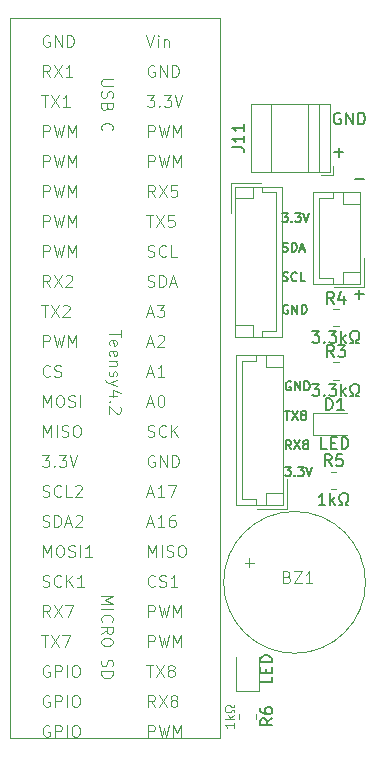
<source format=gbr>
%TF.GenerationSoftware,KiCad,Pcbnew,8.0.3*%
%TF.CreationDate,2024-12-28T15:57:08-05:00*%
%TF.ProjectId,mcu-board v2,6d63752d-626f-4617-9264-2076322e6b69,rev?*%
%TF.SameCoordinates,Original*%
%TF.FileFunction,Legend,Top*%
%TF.FilePolarity,Positive*%
%FSLAX46Y46*%
G04 Gerber Fmt 4.6, Leading zero omitted, Abs format (unit mm)*
G04 Created by KiCad (PCBNEW 8.0.3) date 2024-12-28 15:57:08*
%MOMM*%
%LPD*%
G01*
G04 APERTURE LIST*
%ADD10C,0.147600*%
%ADD11C,0.198400*%
%ADD12C,0.150000*%
%ADD13C,0.100000*%
%ADD14C,0.124600*%
%ADD15C,0.120000*%
G04 APERTURE END LIST*
D10*
X114206162Y-80885498D02*
X114678743Y-80885498D01*
X114678743Y-80885498D02*
X114424276Y-81176317D01*
X114424276Y-81176317D02*
X114533333Y-81176317D01*
X114533333Y-81176317D02*
X114606038Y-81212669D01*
X114606038Y-81212669D02*
X114642390Y-81249022D01*
X114642390Y-81249022D02*
X114678743Y-81321726D01*
X114678743Y-81321726D02*
X114678743Y-81503488D01*
X114678743Y-81503488D02*
X114642390Y-81576193D01*
X114642390Y-81576193D02*
X114606038Y-81612546D01*
X114606038Y-81612546D02*
X114533333Y-81648898D01*
X114533333Y-81648898D02*
X114315219Y-81648898D01*
X114315219Y-81648898D02*
X114242514Y-81612546D01*
X114242514Y-81612546D02*
X114206162Y-81576193D01*
X115005914Y-81576193D02*
X115042267Y-81612546D01*
X115042267Y-81612546D02*
X115005914Y-81648898D01*
X115005914Y-81648898D02*
X114969562Y-81612546D01*
X114969562Y-81612546D02*
X115005914Y-81576193D01*
X115005914Y-81576193D02*
X115005914Y-81648898D01*
X115296734Y-80885498D02*
X115769315Y-80885498D01*
X115769315Y-80885498D02*
X115514848Y-81176317D01*
X115514848Y-81176317D02*
X115623905Y-81176317D01*
X115623905Y-81176317D02*
X115696610Y-81212669D01*
X115696610Y-81212669D02*
X115732962Y-81249022D01*
X115732962Y-81249022D02*
X115769315Y-81321726D01*
X115769315Y-81321726D02*
X115769315Y-81503488D01*
X115769315Y-81503488D02*
X115732962Y-81576193D01*
X115732962Y-81576193D02*
X115696610Y-81612546D01*
X115696610Y-81612546D02*
X115623905Y-81648898D01*
X115623905Y-81648898D02*
X115405791Y-81648898D01*
X115405791Y-81648898D02*
X115333086Y-81612546D01*
X115333086Y-81612546D02*
X115296734Y-81576193D01*
X115987429Y-80885498D02*
X116241896Y-81648898D01*
X116241896Y-81648898D02*
X116496363Y-80885498D01*
D11*
X118366716Y-54240376D02*
X119122526Y-54240376D01*
X118744621Y-54618281D02*
X118744621Y-53862471D01*
X118886335Y-50923519D02*
X118791859Y-50876281D01*
X118791859Y-50876281D02*
X118650145Y-50876281D01*
X118650145Y-50876281D02*
X118508430Y-50923519D01*
X118508430Y-50923519D02*
X118413954Y-51017995D01*
X118413954Y-51017995D02*
X118366716Y-51112471D01*
X118366716Y-51112471D02*
X118319478Y-51301423D01*
X118319478Y-51301423D02*
X118319478Y-51443138D01*
X118319478Y-51443138D02*
X118366716Y-51632090D01*
X118366716Y-51632090D02*
X118413954Y-51726566D01*
X118413954Y-51726566D02*
X118508430Y-51821043D01*
X118508430Y-51821043D02*
X118650145Y-51868281D01*
X118650145Y-51868281D02*
X118744621Y-51868281D01*
X118744621Y-51868281D02*
X118886335Y-51821043D01*
X118886335Y-51821043D02*
X118933573Y-51773804D01*
X118933573Y-51773804D02*
X118933573Y-51443138D01*
X118933573Y-51443138D02*
X118744621Y-51443138D01*
X119358716Y-51868281D02*
X119358716Y-50876281D01*
X119358716Y-50876281D02*
X119925573Y-51868281D01*
X119925573Y-51868281D02*
X119925573Y-50876281D01*
X120397954Y-51868281D02*
X120397954Y-50876281D01*
X120397954Y-50876281D02*
X120634144Y-50876281D01*
X120634144Y-50876281D02*
X120775859Y-50923519D01*
X120775859Y-50923519D02*
X120870335Y-51017995D01*
X120870335Y-51017995D02*
X120917573Y-51112471D01*
X120917573Y-51112471D02*
X120964811Y-51301423D01*
X120964811Y-51301423D02*
X120964811Y-51443138D01*
X120964811Y-51443138D02*
X120917573Y-51632090D01*
X120917573Y-51632090D02*
X120870335Y-51726566D01*
X120870335Y-51726566D02*
X120775859Y-51821043D01*
X120775859Y-51821043D02*
X120634144Y-51868281D01*
X120634144Y-51868281D02*
X120397954Y-51868281D01*
X120116716Y-66240376D02*
X120872526Y-66240376D01*
X120494621Y-66618281D02*
X120494621Y-65862471D01*
D10*
X113992514Y-62612546D02*
X114101571Y-62648898D01*
X114101571Y-62648898D02*
X114283333Y-62648898D01*
X114283333Y-62648898D02*
X114356038Y-62612546D01*
X114356038Y-62612546D02*
X114392390Y-62576193D01*
X114392390Y-62576193D02*
X114428743Y-62503488D01*
X114428743Y-62503488D02*
X114428743Y-62430784D01*
X114428743Y-62430784D02*
X114392390Y-62358079D01*
X114392390Y-62358079D02*
X114356038Y-62321726D01*
X114356038Y-62321726D02*
X114283333Y-62285374D01*
X114283333Y-62285374D02*
X114137924Y-62249022D01*
X114137924Y-62249022D02*
X114065219Y-62212669D01*
X114065219Y-62212669D02*
X114028866Y-62176317D01*
X114028866Y-62176317D02*
X113992514Y-62103612D01*
X113992514Y-62103612D02*
X113992514Y-62030907D01*
X113992514Y-62030907D02*
X114028866Y-61958203D01*
X114028866Y-61958203D02*
X114065219Y-61921850D01*
X114065219Y-61921850D02*
X114137924Y-61885498D01*
X114137924Y-61885498D02*
X114319685Y-61885498D01*
X114319685Y-61885498D02*
X114428743Y-61921850D01*
X114755914Y-62648898D02*
X114755914Y-61885498D01*
X114755914Y-61885498D02*
X114937676Y-61885498D01*
X114937676Y-61885498D02*
X115046733Y-61921850D01*
X115046733Y-61921850D02*
X115119438Y-61994555D01*
X115119438Y-61994555D02*
X115155791Y-62067260D01*
X115155791Y-62067260D02*
X115192143Y-62212669D01*
X115192143Y-62212669D02*
X115192143Y-62321726D01*
X115192143Y-62321726D02*
X115155791Y-62467136D01*
X115155791Y-62467136D02*
X115119438Y-62539841D01*
X115119438Y-62539841D02*
X115046733Y-62612546D01*
X115046733Y-62612546D02*
X114937676Y-62648898D01*
X114937676Y-62648898D02*
X114755914Y-62648898D01*
X115482962Y-62430784D02*
X115846486Y-62430784D01*
X115410257Y-62648898D02*
X115664724Y-61885498D01*
X115664724Y-61885498D02*
X115919191Y-62648898D01*
X113956162Y-59385498D02*
X114428743Y-59385498D01*
X114428743Y-59385498D02*
X114174276Y-59676317D01*
X114174276Y-59676317D02*
X114283333Y-59676317D01*
X114283333Y-59676317D02*
X114356038Y-59712669D01*
X114356038Y-59712669D02*
X114392390Y-59749022D01*
X114392390Y-59749022D02*
X114428743Y-59821726D01*
X114428743Y-59821726D02*
X114428743Y-60003488D01*
X114428743Y-60003488D02*
X114392390Y-60076193D01*
X114392390Y-60076193D02*
X114356038Y-60112546D01*
X114356038Y-60112546D02*
X114283333Y-60148898D01*
X114283333Y-60148898D02*
X114065219Y-60148898D01*
X114065219Y-60148898D02*
X113992514Y-60112546D01*
X113992514Y-60112546D02*
X113956162Y-60076193D01*
X114755914Y-60076193D02*
X114792267Y-60112546D01*
X114792267Y-60112546D02*
X114755914Y-60148898D01*
X114755914Y-60148898D02*
X114719562Y-60112546D01*
X114719562Y-60112546D02*
X114755914Y-60076193D01*
X114755914Y-60076193D02*
X114755914Y-60148898D01*
X115046734Y-59385498D02*
X115519315Y-59385498D01*
X115519315Y-59385498D02*
X115264848Y-59676317D01*
X115264848Y-59676317D02*
X115373905Y-59676317D01*
X115373905Y-59676317D02*
X115446610Y-59712669D01*
X115446610Y-59712669D02*
X115482962Y-59749022D01*
X115482962Y-59749022D02*
X115519315Y-59821726D01*
X115519315Y-59821726D02*
X115519315Y-60003488D01*
X115519315Y-60003488D02*
X115482962Y-60076193D01*
X115482962Y-60076193D02*
X115446610Y-60112546D01*
X115446610Y-60112546D02*
X115373905Y-60148898D01*
X115373905Y-60148898D02*
X115155791Y-60148898D01*
X115155791Y-60148898D02*
X115083086Y-60112546D01*
X115083086Y-60112546D02*
X115046734Y-60076193D01*
X115737429Y-59385498D02*
X115991896Y-60148898D01*
X115991896Y-60148898D02*
X116246363Y-59385498D01*
X114678743Y-73671850D02*
X114606038Y-73635498D01*
X114606038Y-73635498D02*
X114496981Y-73635498D01*
X114496981Y-73635498D02*
X114387924Y-73671850D01*
X114387924Y-73671850D02*
X114315219Y-73744555D01*
X114315219Y-73744555D02*
X114278866Y-73817260D01*
X114278866Y-73817260D02*
X114242514Y-73962669D01*
X114242514Y-73962669D02*
X114242514Y-74071726D01*
X114242514Y-74071726D02*
X114278866Y-74217136D01*
X114278866Y-74217136D02*
X114315219Y-74289841D01*
X114315219Y-74289841D02*
X114387924Y-74362546D01*
X114387924Y-74362546D02*
X114496981Y-74398898D01*
X114496981Y-74398898D02*
X114569685Y-74398898D01*
X114569685Y-74398898D02*
X114678743Y-74362546D01*
X114678743Y-74362546D02*
X114715095Y-74326193D01*
X114715095Y-74326193D02*
X114715095Y-74071726D01*
X114715095Y-74071726D02*
X114569685Y-74071726D01*
X115042266Y-74398898D02*
X115042266Y-73635498D01*
X115042266Y-73635498D02*
X115478495Y-74398898D01*
X115478495Y-74398898D02*
X115478495Y-73635498D01*
X115842018Y-74398898D02*
X115842018Y-73635498D01*
X115842018Y-73635498D02*
X116023780Y-73635498D01*
X116023780Y-73635498D02*
X116132837Y-73671850D01*
X116132837Y-73671850D02*
X116205542Y-73744555D01*
X116205542Y-73744555D02*
X116241895Y-73817260D01*
X116241895Y-73817260D02*
X116278247Y-73962669D01*
X116278247Y-73962669D02*
X116278247Y-74071726D01*
X116278247Y-74071726D02*
X116241895Y-74217136D01*
X116241895Y-74217136D02*
X116205542Y-74289841D01*
X116205542Y-74289841D02*
X116132837Y-74362546D01*
X116132837Y-74362546D02*
X116023780Y-74398898D01*
X116023780Y-74398898D02*
X115842018Y-74398898D01*
X114715095Y-79398898D02*
X114460628Y-79035374D01*
X114278866Y-79398898D02*
X114278866Y-78635498D01*
X114278866Y-78635498D02*
X114569685Y-78635498D01*
X114569685Y-78635498D02*
X114642390Y-78671850D01*
X114642390Y-78671850D02*
X114678743Y-78708203D01*
X114678743Y-78708203D02*
X114715095Y-78780907D01*
X114715095Y-78780907D02*
X114715095Y-78889965D01*
X114715095Y-78889965D02*
X114678743Y-78962669D01*
X114678743Y-78962669D02*
X114642390Y-78999022D01*
X114642390Y-78999022D02*
X114569685Y-79035374D01*
X114569685Y-79035374D02*
X114278866Y-79035374D01*
X114969562Y-78635498D02*
X115478495Y-79398898D01*
X115478495Y-78635498D02*
X114969562Y-79398898D01*
X115878372Y-78962669D02*
X115805667Y-78926317D01*
X115805667Y-78926317D02*
X115769314Y-78889965D01*
X115769314Y-78889965D02*
X115732962Y-78817260D01*
X115732962Y-78817260D02*
X115732962Y-78780907D01*
X115732962Y-78780907D02*
X115769314Y-78708203D01*
X115769314Y-78708203D02*
X115805667Y-78671850D01*
X115805667Y-78671850D02*
X115878372Y-78635498D01*
X115878372Y-78635498D02*
X116023781Y-78635498D01*
X116023781Y-78635498D02*
X116096486Y-78671850D01*
X116096486Y-78671850D02*
X116132838Y-78708203D01*
X116132838Y-78708203D02*
X116169191Y-78780907D01*
X116169191Y-78780907D02*
X116169191Y-78817260D01*
X116169191Y-78817260D02*
X116132838Y-78889965D01*
X116132838Y-78889965D02*
X116096486Y-78926317D01*
X116096486Y-78926317D02*
X116023781Y-78962669D01*
X116023781Y-78962669D02*
X115878372Y-78962669D01*
X115878372Y-78962669D02*
X115805667Y-78999022D01*
X115805667Y-78999022D02*
X115769314Y-79035374D01*
X115769314Y-79035374D02*
X115732962Y-79108079D01*
X115732962Y-79108079D02*
X115732962Y-79253488D01*
X115732962Y-79253488D02*
X115769314Y-79326193D01*
X115769314Y-79326193D02*
X115805667Y-79362546D01*
X115805667Y-79362546D02*
X115878372Y-79398898D01*
X115878372Y-79398898D02*
X116023781Y-79398898D01*
X116023781Y-79398898D02*
X116096486Y-79362546D01*
X116096486Y-79362546D02*
X116132838Y-79326193D01*
X116132838Y-79326193D02*
X116169191Y-79253488D01*
X116169191Y-79253488D02*
X116169191Y-79108079D01*
X116169191Y-79108079D02*
X116132838Y-79035374D01*
X116132838Y-79035374D02*
X116096486Y-78999022D01*
X116096486Y-78999022D02*
X116023781Y-78962669D01*
X114169809Y-76135498D02*
X114606038Y-76135498D01*
X114387924Y-76898898D02*
X114387924Y-76135498D01*
X114787800Y-76135498D02*
X115296733Y-76898898D01*
X115296733Y-76135498D02*
X114787800Y-76898898D01*
X115696610Y-76462669D02*
X115623905Y-76426317D01*
X115623905Y-76426317D02*
X115587552Y-76389965D01*
X115587552Y-76389965D02*
X115551200Y-76317260D01*
X115551200Y-76317260D02*
X115551200Y-76280907D01*
X115551200Y-76280907D02*
X115587552Y-76208203D01*
X115587552Y-76208203D02*
X115623905Y-76171850D01*
X115623905Y-76171850D02*
X115696610Y-76135498D01*
X115696610Y-76135498D02*
X115842019Y-76135498D01*
X115842019Y-76135498D02*
X115914724Y-76171850D01*
X115914724Y-76171850D02*
X115951076Y-76208203D01*
X115951076Y-76208203D02*
X115987429Y-76280907D01*
X115987429Y-76280907D02*
X115987429Y-76317260D01*
X115987429Y-76317260D02*
X115951076Y-76389965D01*
X115951076Y-76389965D02*
X115914724Y-76426317D01*
X115914724Y-76426317D02*
X115842019Y-76462669D01*
X115842019Y-76462669D02*
X115696610Y-76462669D01*
X115696610Y-76462669D02*
X115623905Y-76499022D01*
X115623905Y-76499022D02*
X115587552Y-76535374D01*
X115587552Y-76535374D02*
X115551200Y-76608079D01*
X115551200Y-76608079D02*
X115551200Y-76753488D01*
X115551200Y-76753488D02*
X115587552Y-76826193D01*
X115587552Y-76826193D02*
X115623905Y-76862546D01*
X115623905Y-76862546D02*
X115696610Y-76898898D01*
X115696610Y-76898898D02*
X115842019Y-76898898D01*
X115842019Y-76898898D02*
X115914724Y-76862546D01*
X115914724Y-76862546D02*
X115951076Y-76826193D01*
X115951076Y-76826193D02*
X115987429Y-76753488D01*
X115987429Y-76753488D02*
X115987429Y-76608079D01*
X115987429Y-76608079D02*
X115951076Y-76535374D01*
X115951076Y-76535374D02*
X115914724Y-76499022D01*
X115914724Y-76499022D02*
X115842019Y-76462669D01*
X113992514Y-65112546D02*
X114101571Y-65148898D01*
X114101571Y-65148898D02*
X114283333Y-65148898D01*
X114283333Y-65148898D02*
X114356038Y-65112546D01*
X114356038Y-65112546D02*
X114392390Y-65076193D01*
X114392390Y-65076193D02*
X114428743Y-65003488D01*
X114428743Y-65003488D02*
X114428743Y-64930784D01*
X114428743Y-64930784D02*
X114392390Y-64858079D01*
X114392390Y-64858079D02*
X114356038Y-64821726D01*
X114356038Y-64821726D02*
X114283333Y-64785374D01*
X114283333Y-64785374D02*
X114137924Y-64749022D01*
X114137924Y-64749022D02*
X114065219Y-64712669D01*
X114065219Y-64712669D02*
X114028866Y-64676317D01*
X114028866Y-64676317D02*
X113992514Y-64603612D01*
X113992514Y-64603612D02*
X113992514Y-64530907D01*
X113992514Y-64530907D02*
X114028866Y-64458203D01*
X114028866Y-64458203D02*
X114065219Y-64421850D01*
X114065219Y-64421850D02*
X114137924Y-64385498D01*
X114137924Y-64385498D02*
X114319685Y-64385498D01*
X114319685Y-64385498D02*
X114428743Y-64421850D01*
X115192143Y-65076193D02*
X115155791Y-65112546D01*
X115155791Y-65112546D02*
X115046733Y-65148898D01*
X115046733Y-65148898D02*
X114974029Y-65148898D01*
X114974029Y-65148898D02*
X114864972Y-65112546D01*
X114864972Y-65112546D02*
X114792267Y-65039841D01*
X114792267Y-65039841D02*
X114755914Y-64967136D01*
X114755914Y-64967136D02*
X114719562Y-64821726D01*
X114719562Y-64821726D02*
X114719562Y-64712669D01*
X114719562Y-64712669D02*
X114755914Y-64567260D01*
X114755914Y-64567260D02*
X114792267Y-64494555D01*
X114792267Y-64494555D02*
X114864972Y-64421850D01*
X114864972Y-64421850D02*
X114974029Y-64385498D01*
X114974029Y-64385498D02*
X115046733Y-64385498D01*
X115046733Y-64385498D02*
X115155791Y-64421850D01*
X115155791Y-64421850D02*
X115192143Y-64458203D01*
X115882838Y-65148898D02*
X115519314Y-65148898D01*
X115519314Y-65148898D02*
X115519314Y-64385498D01*
D11*
X120116716Y-56490376D02*
X120872526Y-56490376D01*
D10*
X114428743Y-67171850D02*
X114356038Y-67135498D01*
X114356038Y-67135498D02*
X114246981Y-67135498D01*
X114246981Y-67135498D02*
X114137924Y-67171850D01*
X114137924Y-67171850D02*
X114065219Y-67244555D01*
X114065219Y-67244555D02*
X114028866Y-67317260D01*
X114028866Y-67317260D02*
X113992514Y-67462669D01*
X113992514Y-67462669D02*
X113992514Y-67571726D01*
X113992514Y-67571726D02*
X114028866Y-67717136D01*
X114028866Y-67717136D02*
X114065219Y-67789841D01*
X114065219Y-67789841D02*
X114137924Y-67862546D01*
X114137924Y-67862546D02*
X114246981Y-67898898D01*
X114246981Y-67898898D02*
X114319685Y-67898898D01*
X114319685Y-67898898D02*
X114428743Y-67862546D01*
X114428743Y-67862546D02*
X114465095Y-67826193D01*
X114465095Y-67826193D02*
X114465095Y-67571726D01*
X114465095Y-67571726D02*
X114319685Y-67571726D01*
X114792266Y-67898898D02*
X114792266Y-67135498D01*
X114792266Y-67135498D02*
X115228495Y-67898898D01*
X115228495Y-67898898D02*
X115228495Y-67135498D01*
X115592018Y-67898898D02*
X115592018Y-67135498D01*
X115592018Y-67135498D02*
X115773780Y-67135498D01*
X115773780Y-67135498D02*
X115882837Y-67171850D01*
X115882837Y-67171850D02*
X115955542Y-67244555D01*
X115955542Y-67244555D02*
X115991895Y-67317260D01*
X115991895Y-67317260D02*
X116028247Y-67462669D01*
X116028247Y-67462669D02*
X116028247Y-67571726D01*
X116028247Y-67571726D02*
X115991895Y-67717136D01*
X115991895Y-67717136D02*
X115955542Y-67789841D01*
X115955542Y-67789841D02*
X115882837Y-67862546D01*
X115882837Y-67862546D02*
X115773780Y-67898898D01*
X115773780Y-67898898D02*
X115592018Y-67898898D01*
D12*
X118333333Y-67054819D02*
X118000000Y-66578628D01*
X117761905Y-67054819D02*
X117761905Y-66054819D01*
X117761905Y-66054819D02*
X118142857Y-66054819D01*
X118142857Y-66054819D02*
X118238095Y-66102438D01*
X118238095Y-66102438D02*
X118285714Y-66150057D01*
X118285714Y-66150057D02*
X118333333Y-66245295D01*
X118333333Y-66245295D02*
X118333333Y-66388152D01*
X118333333Y-66388152D02*
X118285714Y-66483390D01*
X118285714Y-66483390D02*
X118238095Y-66531009D01*
X118238095Y-66531009D02*
X118142857Y-66578628D01*
X118142857Y-66578628D02*
X117761905Y-66578628D01*
X119190476Y-66388152D02*
X119190476Y-67054819D01*
X118952381Y-66007200D02*
X118714286Y-66721485D01*
X118714286Y-66721485D02*
X119333333Y-66721485D01*
X116476191Y-69354819D02*
X117095238Y-69354819D01*
X117095238Y-69354819D02*
X116761905Y-69735771D01*
X116761905Y-69735771D02*
X116904762Y-69735771D01*
X116904762Y-69735771D02*
X117000000Y-69783390D01*
X117000000Y-69783390D02*
X117047619Y-69831009D01*
X117047619Y-69831009D02*
X117095238Y-69926247D01*
X117095238Y-69926247D02*
X117095238Y-70164342D01*
X117095238Y-70164342D02*
X117047619Y-70259580D01*
X117047619Y-70259580D02*
X117000000Y-70307200D01*
X117000000Y-70307200D02*
X116904762Y-70354819D01*
X116904762Y-70354819D02*
X116619048Y-70354819D01*
X116619048Y-70354819D02*
X116523810Y-70307200D01*
X116523810Y-70307200D02*
X116476191Y-70259580D01*
X117523810Y-70259580D02*
X117571429Y-70307200D01*
X117571429Y-70307200D02*
X117523810Y-70354819D01*
X117523810Y-70354819D02*
X117476191Y-70307200D01*
X117476191Y-70307200D02*
X117523810Y-70259580D01*
X117523810Y-70259580D02*
X117523810Y-70354819D01*
X117904762Y-69354819D02*
X118523809Y-69354819D01*
X118523809Y-69354819D02*
X118190476Y-69735771D01*
X118190476Y-69735771D02*
X118333333Y-69735771D01*
X118333333Y-69735771D02*
X118428571Y-69783390D01*
X118428571Y-69783390D02*
X118476190Y-69831009D01*
X118476190Y-69831009D02*
X118523809Y-69926247D01*
X118523809Y-69926247D02*
X118523809Y-70164342D01*
X118523809Y-70164342D02*
X118476190Y-70259580D01*
X118476190Y-70259580D02*
X118428571Y-70307200D01*
X118428571Y-70307200D02*
X118333333Y-70354819D01*
X118333333Y-70354819D02*
X118047619Y-70354819D01*
X118047619Y-70354819D02*
X117952381Y-70307200D01*
X117952381Y-70307200D02*
X117904762Y-70259580D01*
X118952381Y-70354819D02*
X118952381Y-69354819D01*
X119047619Y-69973866D02*
X119333333Y-70354819D01*
X119333333Y-69688152D02*
X118952381Y-70069104D01*
X119714286Y-70354819D02*
X119952381Y-70354819D01*
X119952381Y-70354819D02*
X119952381Y-70164342D01*
X119952381Y-70164342D02*
X119857143Y-70116723D01*
X119857143Y-70116723D02*
X119761905Y-70021485D01*
X119761905Y-70021485D02*
X119714286Y-69878628D01*
X119714286Y-69878628D02*
X119714286Y-69640533D01*
X119714286Y-69640533D02*
X119761905Y-69497676D01*
X119761905Y-69497676D02*
X119857143Y-69402438D01*
X119857143Y-69402438D02*
X120000000Y-69354819D01*
X120000000Y-69354819D02*
X120190476Y-69354819D01*
X120190476Y-69354819D02*
X120333333Y-69402438D01*
X120333333Y-69402438D02*
X120428571Y-69497676D01*
X120428571Y-69497676D02*
X120476190Y-69640533D01*
X120476190Y-69640533D02*
X120476190Y-69878628D01*
X120476190Y-69878628D02*
X120428571Y-70021485D01*
X120428571Y-70021485D02*
X120333333Y-70116723D01*
X120333333Y-70116723D02*
X120238095Y-70164342D01*
X120238095Y-70164342D02*
X120238095Y-70354819D01*
X120238095Y-70354819D02*
X120476190Y-70354819D01*
X113104819Y-98642857D02*
X113104819Y-99119047D01*
X113104819Y-99119047D02*
X112104819Y-99119047D01*
X112581009Y-98309523D02*
X112581009Y-97976190D01*
X113104819Y-97833333D02*
X113104819Y-98309523D01*
X113104819Y-98309523D02*
X112104819Y-98309523D01*
X112104819Y-98309523D02*
X112104819Y-97833333D01*
X113104819Y-97404761D02*
X112104819Y-97404761D01*
X112104819Y-97404761D02*
X112104819Y-97166666D01*
X112104819Y-97166666D02*
X112152438Y-97023809D01*
X112152438Y-97023809D02*
X112247676Y-96928571D01*
X112247676Y-96928571D02*
X112342914Y-96880952D01*
X112342914Y-96880952D02*
X112533390Y-96833333D01*
X112533390Y-96833333D02*
X112676247Y-96833333D01*
X112676247Y-96833333D02*
X112866723Y-96880952D01*
X112866723Y-96880952D02*
X112961961Y-96928571D01*
X112961961Y-96928571D02*
X113057200Y-97023809D01*
X113057200Y-97023809D02*
X113104819Y-97166666D01*
X113104819Y-97166666D02*
X113104819Y-97404761D01*
X117661905Y-76054819D02*
X117661905Y-75054819D01*
X117661905Y-75054819D02*
X117900000Y-75054819D01*
X117900000Y-75054819D02*
X118042857Y-75102438D01*
X118042857Y-75102438D02*
X118138095Y-75197676D01*
X118138095Y-75197676D02*
X118185714Y-75292914D01*
X118185714Y-75292914D02*
X118233333Y-75483390D01*
X118233333Y-75483390D02*
X118233333Y-75626247D01*
X118233333Y-75626247D02*
X118185714Y-75816723D01*
X118185714Y-75816723D02*
X118138095Y-75911961D01*
X118138095Y-75911961D02*
X118042857Y-76007200D01*
X118042857Y-76007200D02*
X117900000Y-76054819D01*
X117900000Y-76054819D02*
X117661905Y-76054819D01*
X119185714Y-76054819D02*
X118614286Y-76054819D01*
X118900000Y-76054819D02*
X118900000Y-75054819D01*
X118900000Y-75054819D02*
X118804762Y-75197676D01*
X118804762Y-75197676D02*
X118709524Y-75292914D01*
X118709524Y-75292914D02*
X118614286Y-75340533D01*
X117757142Y-79354819D02*
X117280952Y-79354819D01*
X117280952Y-79354819D02*
X117280952Y-78354819D01*
X118090476Y-78831009D02*
X118423809Y-78831009D01*
X118566666Y-79354819D02*
X118090476Y-79354819D01*
X118090476Y-79354819D02*
X118090476Y-78354819D01*
X118090476Y-78354819D02*
X118566666Y-78354819D01*
X118995238Y-79354819D02*
X118995238Y-78354819D01*
X118995238Y-78354819D02*
X119233333Y-78354819D01*
X119233333Y-78354819D02*
X119376190Y-78402438D01*
X119376190Y-78402438D02*
X119471428Y-78497676D01*
X119471428Y-78497676D02*
X119519047Y-78592914D01*
X119519047Y-78592914D02*
X119566666Y-78783390D01*
X119566666Y-78783390D02*
X119566666Y-78926247D01*
X119566666Y-78926247D02*
X119519047Y-79116723D01*
X119519047Y-79116723D02*
X119471428Y-79211961D01*
X119471428Y-79211961D02*
X119376190Y-79307200D01*
X119376190Y-79307200D02*
X119233333Y-79354819D01*
X119233333Y-79354819D02*
X118995238Y-79354819D01*
D13*
X114369047Y-90183609D02*
X114511904Y-90231228D01*
X114511904Y-90231228D02*
X114559523Y-90278847D01*
X114559523Y-90278847D02*
X114607142Y-90374085D01*
X114607142Y-90374085D02*
X114607142Y-90516942D01*
X114607142Y-90516942D02*
X114559523Y-90612180D01*
X114559523Y-90612180D02*
X114511904Y-90659800D01*
X114511904Y-90659800D02*
X114416666Y-90707419D01*
X114416666Y-90707419D02*
X114035714Y-90707419D01*
X114035714Y-90707419D02*
X114035714Y-89707419D01*
X114035714Y-89707419D02*
X114369047Y-89707419D01*
X114369047Y-89707419D02*
X114464285Y-89755038D01*
X114464285Y-89755038D02*
X114511904Y-89802657D01*
X114511904Y-89802657D02*
X114559523Y-89897895D01*
X114559523Y-89897895D02*
X114559523Y-89993133D01*
X114559523Y-89993133D02*
X114511904Y-90088371D01*
X114511904Y-90088371D02*
X114464285Y-90135990D01*
X114464285Y-90135990D02*
X114369047Y-90183609D01*
X114369047Y-90183609D02*
X114035714Y-90183609D01*
X114940476Y-89707419D02*
X115607142Y-89707419D01*
X115607142Y-89707419D02*
X114940476Y-90707419D01*
X114940476Y-90707419D02*
X115607142Y-90707419D01*
X116511904Y-90707419D02*
X115940476Y-90707419D01*
X116226190Y-90707419D02*
X116226190Y-89707419D01*
X116226190Y-89707419D02*
X116130952Y-89850276D01*
X116130952Y-89850276D02*
X116035714Y-89945514D01*
X116035714Y-89945514D02*
X115940476Y-89993133D01*
X110803884Y-88991466D02*
X111565789Y-88991466D01*
X111184836Y-89372419D02*
X111184836Y-88610514D01*
D12*
X113104819Y-102166666D02*
X112628628Y-102499999D01*
X113104819Y-102738094D02*
X112104819Y-102738094D01*
X112104819Y-102738094D02*
X112104819Y-102357142D01*
X112104819Y-102357142D02*
X112152438Y-102261904D01*
X112152438Y-102261904D02*
X112200057Y-102214285D01*
X112200057Y-102214285D02*
X112295295Y-102166666D01*
X112295295Y-102166666D02*
X112438152Y-102166666D01*
X112438152Y-102166666D02*
X112533390Y-102214285D01*
X112533390Y-102214285D02*
X112581009Y-102261904D01*
X112581009Y-102261904D02*
X112628628Y-102357142D01*
X112628628Y-102357142D02*
X112628628Y-102738094D01*
X112104819Y-101309523D02*
X112104819Y-101499999D01*
X112104819Y-101499999D02*
X112152438Y-101595237D01*
X112152438Y-101595237D02*
X112200057Y-101642856D01*
X112200057Y-101642856D02*
X112342914Y-101738094D01*
X112342914Y-101738094D02*
X112533390Y-101785713D01*
X112533390Y-101785713D02*
X112914342Y-101785713D01*
X112914342Y-101785713D02*
X113009580Y-101738094D01*
X113009580Y-101738094D02*
X113057200Y-101690475D01*
X113057200Y-101690475D02*
X113104819Y-101595237D01*
X113104819Y-101595237D02*
X113104819Y-101404761D01*
X113104819Y-101404761D02*
X113057200Y-101309523D01*
X113057200Y-101309523D02*
X113009580Y-101261904D01*
X113009580Y-101261904D02*
X112914342Y-101214285D01*
X112914342Y-101214285D02*
X112676247Y-101214285D01*
X112676247Y-101214285D02*
X112581009Y-101261904D01*
X112581009Y-101261904D02*
X112533390Y-101309523D01*
X112533390Y-101309523D02*
X112485771Y-101404761D01*
X112485771Y-101404761D02*
X112485771Y-101595237D01*
X112485771Y-101595237D02*
X112533390Y-101690475D01*
X112533390Y-101690475D02*
X112581009Y-101738094D01*
X112581009Y-101738094D02*
X112676247Y-101785713D01*
D14*
X109838633Y-102515095D02*
X109838633Y-102941380D01*
X109838633Y-102728237D02*
X109092633Y-102728237D01*
X109092633Y-102728237D02*
X109199205Y-102799285D01*
X109199205Y-102799285D02*
X109270252Y-102870333D01*
X109270252Y-102870333D02*
X109305776Y-102941380D01*
X109838633Y-102195380D02*
X109092633Y-102195380D01*
X109554443Y-102124333D02*
X109838633Y-101911190D01*
X109341300Y-101911190D02*
X109625490Y-102195380D01*
X109838633Y-101626999D02*
X109838633Y-101449380D01*
X109838633Y-101449380D02*
X109696538Y-101449380D01*
X109696538Y-101449380D02*
X109661014Y-101520428D01*
X109661014Y-101520428D02*
X109589967Y-101591475D01*
X109589967Y-101591475D02*
X109483395Y-101626999D01*
X109483395Y-101626999D02*
X109305776Y-101626999D01*
X109305776Y-101626999D02*
X109199205Y-101591475D01*
X109199205Y-101591475D02*
X109128157Y-101520428D01*
X109128157Y-101520428D02*
X109092633Y-101413856D01*
X109092633Y-101413856D02*
X109092633Y-101271761D01*
X109092633Y-101271761D02*
X109128157Y-101165190D01*
X109128157Y-101165190D02*
X109199205Y-101094142D01*
X109199205Y-101094142D02*
X109305776Y-101058618D01*
X109305776Y-101058618D02*
X109483395Y-101058618D01*
X109483395Y-101058618D02*
X109589967Y-101094142D01*
X109589967Y-101094142D02*
X109661014Y-101165190D01*
X109661014Y-101165190D02*
X109696538Y-101236237D01*
X109696538Y-101236237D02*
X109838633Y-101236237D01*
X109838633Y-101236237D02*
X109838633Y-101058618D01*
D12*
X118133333Y-80804819D02*
X117800000Y-80328628D01*
X117561905Y-80804819D02*
X117561905Y-79804819D01*
X117561905Y-79804819D02*
X117942857Y-79804819D01*
X117942857Y-79804819D02*
X118038095Y-79852438D01*
X118038095Y-79852438D02*
X118085714Y-79900057D01*
X118085714Y-79900057D02*
X118133333Y-79995295D01*
X118133333Y-79995295D02*
X118133333Y-80138152D01*
X118133333Y-80138152D02*
X118085714Y-80233390D01*
X118085714Y-80233390D02*
X118038095Y-80281009D01*
X118038095Y-80281009D02*
X117942857Y-80328628D01*
X117942857Y-80328628D02*
X117561905Y-80328628D01*
X119038095Y-79804819D02*
X118561905Y-79804819D01*
X118561905Y-79804819D02*
X118514286Y-80281009D01*
X118514286Y-80281009D02*
X118561905Y-80233390D01*
X118561905Y-80233390D02*
X118657143Y-80185771D01*
X118657143Y-80185771D02*
X118895238Y-80185771D01*
X118895238Y-80185771D02*
X118990476Y-80233390D01*
X118990476Y-80233390D02*
X119038095Y-80281009D01*
X119038095Y-80281009D02*
X119085714Y-80376247D01*
X119085714Y-80376247D02*
X119085714Y-80614342D01*
X119085714Y-80614342D02*
X119038095Y-80709580D01*
X119038095Y-80709580D02*
X118990476Y-80757200D01*
X118990476Y-80757200D02*
X118895238Y-80804819D01*
X118895238Y-80804819D02*
X118657143Y-80804819D01*
X118657143Y-80804819D02*
X118561905Y-80757200D01*
X118561905Y-80757200D02*
X118514286Y-80709580D01*
X117609523Y-84104819D02*
X117038095Y-84104819D01*
X117323809Y-84104819D02*
X117323809Y-83104819D01*
X117323809Y-83104819D02*
X117228571Y-83247676D01*
X117228571Y-83247676D02*
X117133333Y-83342914D01*
X117133333Y-83342914D02*
X117038095Y-83390533D01*
X118038095Y-84104819D02*
X118038095Y-83104819D01*
X118133333Y-83723866D02*
X118419047Y-84104819D01*
X118419047Y-83438152D02*
X118038095Y-83819104D01*
X118800000Y-84104819D02*
X119038095Y-84104819D01*
X119038095Y-84104819D02*
X119038095Y-83914342D01*
X119038095Y-83914342D02*
X118942857Y-83866723D01*
X118942857Y-83866723D02*
X118847619Y-83771485D01*
X118847619Y-83771485D02*
X118800000Y-83628628D01*
X118800000Y-83628628D02*
X118800000Y-83390533D01*
X118800000Y-83390533D02*
X118847619Y-83247676D01*
X118847619Y-83247676D02*
X118942857Y-83152438D01*
X118942857Y-83152438D02*
X119085714Y-83104819D01*
X119085714Y-83104819D02*
X119276190Y-83104819D01*
X119276190Y-83104819D02*
X119419047Y-83152438D01*
X119419047Y-83152438D02*
X119514285Y-83247676D01*
X119514285Y-83247676D02*
X119561904Y-83390533D01*
X119561904Y-83390533D02*
X119561904Y-83628628D01*
X119561904Y-83628628D02*
X119514285Y-83771485D01*
X119514285Y-83771485D02*
X119419047Y-83866723D01*
X119419047Y-83866723D02*
X119323809Y-83914342D01*
X119323809Y-83914342D02*
X119323809Y-84104819D01*
X119323809Y-84104819D02*
X119561904Y-84104819D01*
X109734819Y-53829523D02*
X110449104Y-53829523D01*
X110449104Y-53829523D02*
X110591961Y-53877142D01*
X110591961Y-53877142D02*
X110687200Y-53972380D01*
X110687200Y-53972380D02*
X110734819Y-54115237D01*
X110734819Y-54115237D02*
X110734819Y-54210475D01*
X110734819Y-52829523D02*
X110734819Y-53400951D01*
X110734819Y-53115237D02*
X109734819Y-53115237D01*
X109734819Y-53115237D02*
X109877676Y-53210475D01*
X109877676Y-53210475D02*
X109972914Y-53305713D01*
X109972914Y-53305713D02*
X110020533Y-53400951D01*
X110734819Y-51877142D02*
X110734819Y-52448570D01*
X110734819Y-52162856D02*
X109734819Y-52162856D01*
X109734819Y-52162856D02*
X109877676Y-52258094D01*
X109877676Y-52258094D02*
X109972914Y-52353332D01*
X109972914Y-52353332D02*
X110020533Y-52448570D01*
D13*
X100300705Y-69306696D02*
X100300705Y-69878124D01*
X99300705Y-69592410D02*
X100300705Y-69592410D01*
X99348325Y-70592410D02*
X99300705Y-70497172D01*
X99300705Y-70497172D02*
X99300705Y-70306696D01*
X99300705Y-70306696D02*
X99348325Y-70211458D01*
X99348325Y-70211458D02*
X99443563Y-70163839D01*
X99443563Y-70163839D02*
X99824515Y-70163839D01*
X99824515Y-70163839D02*
X99919753Y-70211458D01*
X99919753Y-70211458D02*
X99967372Y-70306696D01*
X99967372Y-70306696D02*
X99967372Y-70497172D01*
X99967372Y-70497172D02*
X99919753Y-70592410D01*
X99919753Y-70592410D02*
X99824515Y-70640029D01*
X99824515Y-70640029D02*
X99729277Y-70640029D01*
X99729277Y-70640029D02*
X99634039Y-70163839D01*
X99348325Y-71449553D02*
X99300705Y-71354315D01*
X99300705Y-71354315D02*
X99300705Y-71163839D01*
X99300705Y-71163839D02*
X99348325Y-71068601D01*
X99348325Y-71068601D02*
X99443563Y-71020982D01*
X99443563Y-71020982D02*
X99824515Y-71020982D01*
X99824515Y-71020982D02*
X99919753Y-71068601D01*
X99919753Y-71068601D02*
X99967372Y-71163839D01*
X99967372Y-71163839D02*
X99967372Y-71354315D01*
X99967372Y-71354315D02*
X99919753Y-71449553D01*
X99919753Y-71449553D02*
X99824515Y-71497172D01*
X99824515Y-71497172D02*
X99729277Y-71497172D01*
X99729277Y-71497172D02*
X99634039Y-71020982D01*
X99967372Y-71925744D02*
X99300705Y-71925744D01*
X99872134Y-71925744D02*
X99919753Y-71973363D01*
X99919753Y-71973363D02*
X99967372Y-72068601D01*
X99967372Y-72068601D02*
X99967372Y-72211458D01*
X99967372Y-72211458D02*
X99919753Y-72306696D01*
X99919753Y-72306696D02*
X99824515Y-72354315D01*
X99824515Y-72354315D02*
X99300705Y-72354315D01*
X99348325Y-72782887D02*
X99300705Y-72878125D01*
X99300705Y-72878125D02*
X99300705Y-73068601D01*
X99300705Y-73068601D02*
X99348325Y-73163839D01*
X99348325Y-73163839D02*
X99443563Y-73211458D01*
X99443563Y-73211458D02*
X99491182Y-73211458D01*
X99491182Y-73211458D02*
X99586420Y-73163839D01*
X99586420Y-73163839D02*
X99634039Y-73068601D01*
X99634039Y-73068601D02*
X99634039Y-72925744D01*
X99634039Y-72925744D02*
X99681658Y-72830506D01*
X99681658Y-72830506D02*
X99776896Y-72782887D01*
X99776896Y-72782887D02*
X99824515Y-72782887D01*
X99824515Y-72782887D02*
X99919753Y-72830506D01*
X99919753Y-72830506D02*
X99967372Y-72925744D01*
X99967372Y-72925744D02*
X99967372Y-73068601D01*
X99967372Y-73068601D02*
X99919753Y-73163839D01*
X99967372Y-73544792D02*
X99300705Y-73782887D01*
X99967372Y-74020982D02*
X99300705Y-73782887D01*
X99300705Y-73782887D02*
X99062610Y-73687649D01*
X99062610Y-73687649D02*
X99014991Y-73640030D01*
X99014991Y-73640030D02*
X98967372Y-73544792D01*
X99967372Y-74830506D02*
X99300705Y-74830506D01*
X100348325Y-74592411D02*
X99634039Y-74354316D01*
X99634039Y-74354316D02*
X99634039Y-74973363D01*
X99395944Y-75354316D02*
X99348325Y-75401935D01*
X99348325Y-75401935D02*
X99300705Y-75354316D01*
X99300705Y-75354316D02*
X99348325Y-75306697D01*
X99348325Y-75306697D02*
X99395944Y-75354316D01*
X99395944Y-75354316D02*
X99300705Y-75354316D01*
X100205467Y-75782887D02*
X100253086Y-75830506D01*
X100253086Y-75830506D02*
X100300705Y-75925744D01*
X100300705Y-75925744D02*
X100300705Y-76163839D01*
X100300705Y-76163839D02*
X100253086Y-76259077D01*
X100253086Y-76259077D02*
X100205467Y-76306696D01*
X100205467Y-76306696D02*
X100110229Y-76354315D01*
X100110229Y-76354315D02*
X100014991Y-76354315D01*
X100014991Y-76354315D02*
X99872134Y-76306696D01*
X99872134Y-76306696D02*
X99300705Y-75735268D01*
X99300705Y-75735268D02*
X99300705Y-76354315D01*
X93712009Y-78330544D02*
X93712009Y-77330544D01*
X93712009Y-77330544D02*
X94045342Y-78044829D01*
X94045342Y-78044829D02*
X94378675Y-77330544D01*
X94378675Y-77330544D02*
X94378675Y-78330544D01*
X94854866Y-78330544D02*
X94854866Y-77330544D01*
X95283437Y-78282925D02*
X95426294Y-78330544D01*
X95426294Y-78330544D02*
X95664389Y-78330544D01*
X95664389Y-78330544D02*
X95759627Y-78282925D01*
X95759627Y-78282925D02*
X95807246Y-78235305D01*
X95807246Y-78235305D02*
X95854865Y-78140067D01*
X95854865Y-78140067D02*
X95854865Y-78044829D01*
X95854865Y-78044829D02*
X95807246Y-77949591D01*
X95807246Y-77949591D02*
X95759627Y-77901972D01*
X95759627Y-77901972D02*
X95664389Y-77854353D01*
X95664389Y-77854353D02*
X95473913Y-77806734D01*
X95473913Y-77806734D02*
X95378675Y-77759115D01*
X95378675Y-77759115D02*
X95331056Y-77711496D01*
X95331056Y-77711496D02*
X95283437Y-77616258D01*
X95283437Y-77616258D02*
X95283437Y-77521020D01*
X95283437Y-77521020D02*
X95331056Y-77425782D01*
X95331056Y-77425782D02*
X95378675Y-77378163D01*
X95378675Y-77378163D02*
X95473913Y-77330544D01*
X95473913Y-77330544D02*
X95712008Y-77330544D01*
X95712008Y-77330544D02*
X95854865Y-77378163D01*
X96473913Y-77330544D02*
X96664389Y-77330544D01*
X96664389Y-77330544D02*
X96759627Y-77378163D01*
X96759627Y-77378163D02*
X96854865Y-77473401D01*
X96854865Y-77473401D02*
X96902484Y-77663877D01*
X96902484Y-77663877D02*
X96902484Y-77997210D01*
X96902484Y-77997210D02*
X96854865Y-78187686D01*
X96854865Y-78187686D02*
X96759627Y-78282925D01*
X96759627Y-78282925D02*
X96664389Y-78330544D01*
X96664389Y-78330544D02*
X96473913Y-78330544D01*
X96473913Y-78330544D02*
X96378675Y-78282925D01*
X96378675Y-78282925D02*
X96283437Y-78187686D01*
X96283437Y-78187686D02*
X96235818Y-77997210D01*
X96235818Y-77997210D02*
X96235818Y-77663877D01*
X96235818Y-77663877D02*
X96283437Y-77473401D01*
X96283437Y-77473401D02*
X96378675Y-77378163D01*
X96378675Y-77378163D02*
X96473913Y-77330544D01*
X102506771Y-49390544D02*
X103125818Y-49390544D01*
X103125818Y-49390544D02*
X102792485Y-49771496D01*
X102792485Y-49771496D02*
X102935342Y-49771496D01*
X102935342Y-49771496D02*
X103030580Y-49819115D01*
X103030580Y-49819115D02*
X103078199Y-49866734D01*
X103078199Y-49866734D02*
X103125818Y-49961972D01*
X103125818Y-49961972D02*
X103125818Y-50200067D01*
X103125818Y-50200067D02*
X103078199Y-50295305D01*
X103078199Y-50295305D02*
X103030580Y-50342925D01*
X103030580Y-50342925D02*
X102935342Y-50390544D01*
X102935342Y-50390544D02*
X102649628Y-50390544D01*
X102649628Y-50390544D02*
X102554390Y-50342925D01*
X102554390Y-50342925D02*
X102506771Y-50295305D01*
X103554390Y-50295305D02*
X103602009Y-50342925D01*
X103602009Y-50342925D02*
X103554390Y-50390544D01*
X103554390Y-50390544D02*
X103506771Y-50342925D01*
X103506771Y-50342925D02*
X103554390Y-50295305D01*
X103554390Y-50295305D02*
X103554390Y-50390544D01*
X103935342Y-49390544D02*
X104554389Y-49390544D01*
X104554389Y-49390544D02*
X104221056Y-49771496D01*
X104221056Y-49771496D02*
X104363913Y-49771496D01*
X104363913Y-49771496D02*
X104459151Y-49819115D01*
X104459151Y-49819115D02*
X104506770Y-49866734D01*
X104506770Y-49866734D02*
X104554389Y-49961972D01*
X104554389Y-49961972D02*
X104554389Y-50200067D01*
X104554389Y-50200067D02*
X104506770Y-50295305D01*
X104506770Y-50295305D02*
X104459151Y-50342925D01*
X104459151Y-50342925D02*
X104363913Y-50390544D01*
X104363913Y-50390544D02*
X104078199Y-50390544D01*
X104078199Y-50390544D02*
X103982961Y-50342925D01*
X103982961Y-50342925D02*
X103935342Y-50295305D01*
X104840104Y-49390544D02*
X105173437Y-50390544D01*
X105173437Y-50390544D02*
X105506770Y-49390544D01*
X93712009Y-58010544D02*
X93712009Y-57010544D01*
X93712009Y-57010544D02*
X94092961Y-57010544D01*
X94092961Y-57010544D02*
X94188199Y-57058163D01*
X94188199Y-57058163D02*
X94235818Y-57105782D01*
X94235818Y-57105782D02*
X94283437Y-57201020D01*
X94283437Y-57201020D02*
X94283437Y-57343877D01*
X94283437Y-57343877D02*
X94235818Y-57439115D01*
X94235818Y-57439115D02*
X94188199Y-57486734D01*
X94188199Y-57486734D02*
X94092961Y-57534353D01*
X94092961Y-57534353D02*
X93712009Y-57534353D01*
X94616771Y-57010544D02*
X94854866Y-58010544D01*
X94854866Y-58010544D02*
X95045342Y-57296258D01*
X95045342Y-57296258D02*
X95235818Y-58010544D01*
X95235818Y-58010544D02*
X95473914Y-57010544D01*
X95854866Y-58010544D02*
X95854866Y-57010544D01*
X95854866Y-57010544D02*
X96188199Y-57724829D01*
X96188199Y-57724829D02*
X96521532Y-57010544D01*
X96521532Y-57010544D02*
X96521532Y-58010544D01*
X94283437Y-47850544D02*
X93950104Y-47374353D01*
X93712009Y-47850544D02*
X93712009Y-46850544D01*
X93712009Y-46850544D02*
X94092961Y-46850544D01*
X94092961Y-46850544D02*
X94188199Y-46898163D01*
X94188199Y-46898163D02*
X94235818Y-46945782D01*
X94235818Y-46945782D02*
X94283437Y-47041020D01*
X94283437Y-47041020D02*
X94283437Y-47183877D01*
X94283437Y-47183877D02*
X94235818Y-47279115D01*
X94235818Y-47279115D02*
X94188199Y-47326734D01*
X94188199Y-47326734D02*
X94092961Y-47374353D01*
X94092961Y-47374353D02*
X93712009Y-47374353D01*
X94616771Y-46850544D02*
X95283437Y-47850544D01*
X95283437Y-46850544D02*
X94616771Y-47850544D01*
X96188199Y-47850544D02*
X95616771Y-47850544D01*
X95902485Y-47850544D02*
X95902485Y-46850544D01*
X95902485Y-46850544D02*
X95807247Y-46993401D01*
X95807247Y-46993401D02*
X95712009Y-47088639D01*
X95712009Y-47088639D02*
X95616771Y-47136258D01*
X99627580Y-48053884D02*
X98818057Y-48053884D01*
X98818057Y-48053884D02*
X98722819Y-48101503D01*
X98722819Y-48101503D02*
X98675200Y-48149122D01*
X98675200Y-48149122D02*
X98627580Y-48244360D01*
X98627580Y-48244360D02*
X98627580Y-48434836D01*
X98627580Y-48434836D02*
X98675200Y-48530074D01*
X98675200Y-48530074D02*
X98722819Y-48577693D01*
X98722819Y-48577693D02*
X98818057Y-48625312D01*
X98818057Y-48625312D02*
X99627580Y-48625312D01*
X98675200Y-49053884D02*
X98627580Y-49196741D01*
X98627580Y-49196741D02*
X98627580Y-49434836D01*
X98627580Y-49434836D02*
X98675200Y-49530074D01*
X98675200Y-49530074D02*
X98722819Y-49577693D01*
X98722819Y-49577693D02*
X98818057Y-49625312D01*
X98818057Y-49625312D02*
X98913295Y-49625312D01*
X98913295Y-49625312D02*
X99008533Y-49577693D01*
X99008533Y-49577693D02*
X99056152Y-49530074D01*
X99056152Y-49530074D02*
X99103771Y-49434836D01*
X99103771Y-49434836D02*
X99151390Y-49244360D01*
X99151390Y-49244360D02*
X99199009Y-49149122D01*
X99199009Y-49149122D02*
X99246628Y-49101503D01*
X99246628Y-49101503D02*
X99341866Y-49053884D01*
X99341866Y-49053884D02*
X99437104Y-49053884D01*
X99437104Y-49053884D02*
X99532342Y-49101503D01*
X99532342Y-49101503D02*
X99579961Y-49149122D01*
X99579961Y-49149122D02*
X99627580Y-49244360D01*
X99627580Y-49244360D02*
X99627580Y-49482455D01*
X99627580Y-49482455D02*
X99579961Y-49625312D01*
X99151390Y-50387217D02*
X99103771Y-50530074D01*
X99103771Y-50530074D02*
X99056152Y-50577693D01*
X99056152Y-50577693D02*
X98960914Y-50625312D01*
X98960914Y-50625312D02*
X98818057Y-50625312D01*
X98818057Y-50625312D02*
X98722819Y-50577693D01*
X98722819Y-50577693D02*
X98675200Y-50530074D01*
X98675200Y-50530074D02*
X98627580Y-50434836D01*
X98627580Y-50434836D02*
X98627580Y-50053884D01*
X98627580Y-50053884D02*
X99627580Y-50053884D01*
X99627580Y-50053884D02*
X99627580Y-50387217D01*
X99627580Y-50387217D02*
X99579961Y-50482455D01*
X99579961Y-50482455D02*
X99532342Y-50530074D01*
X99532342Y-50530074D02*
X99437104Y-50577693D01*
X99437104Y-50577693D02*
X99341866Y-50577693D01*
X99341866Y-50577693D02*
X99246628Y-50530074D01*
X99246628Y-50530074D02*
X99199009Y-50482455D01*
X99199009Y-50482455D02*
X99151390Y-50387217D01*
X99151390Y-50387217D02*
X99151390Y-50053884D01*
X98722819Y-52387217D02*
X98675200Y-52339598D01*
X98675200Y-52339598D02*
X98627580Y-52196741D01*
X98627580Y-52196741D02*
X98627580Y-52101503D01*
X98627580Y-52101503D02*
X98675200Y-51958646D01*
X98675200Y-51958646D02*
X98770438Y-51863408D01*
X98770438Y-51863408D02*
X98865676Y-51815789D01*
X98865676Y-51815789D02*
X99056152Y-51768170D01*
X99056152Y-51768170D02*
X99199009Y-51768170D01*
X99199009Y-51768170D02*
X99389485Y-51815789D01*
X99389485Y-51815789D02*
X99484723Y-51863408D01*
X99484723Y-51863408D02*
X99579961Y-51958646D01*
X99579961Y-51958646D02*
X99627580Y-52101503D01*
X99627580Y-52101503D02*
X99627580Y-52196741D01*
X99627580Y-52196741D02*
X99579961Y-52339598D01*
X99579961Y-52339598D02*
X99532342Y-52387217D01*
X98627580Y-91803884D02*
X99627580Y-91803884D01*
X99627580Y-91803884D02*
X98913295Y-92137217D01*
X98913295Y-92137217D02*
X99627580Y-92470550D01*
X99627580Y-92470550D02*
X98627580Y-92470550D01*
X98627580Y-92946741D02*
X99627580Y-92946741D01*
X98722819Y-93994359D02*
X98675200Y-93946740D01*
X98675200Y-93946740D02*
X98627580Y-93803883D01*
X98627580Y-93803883D02*
X98627580Y-93708645D01*
X98627580Y-93708645D02*
X98675200Y-93565788D01*
X98675200Y-93565788D02*
X98770438Y-93470550D01*
X98770438Y-93470550D02*
X98865676Y-93422931D01*
X98865676Y-93422931D02*
X99056152Y-93375312D01*
X99056152Y-93375312D02*
X99199009Y-93375312D01*
X99199009Y-93375312D02*
X99389485Y-93422931D01*
X99389485Y-93422931D02*
X99484723Y-93470550D01*
X99484723Y-93470550D02*
X99579961Y-93565788D01*
X99579961Y-93565788D02*
X99627580Y-93708645D01*
X99627580Y-93708645D02*
X99627580Y-93803883D01*
X99627580Y-93803883D02*
X99579961Y-93946740D01*
X99579961Y-93946740D02*
X99532342Y-93994359D01*
X98627580Y-94994359D02*
X99103771Y-94661026D01*
X98627580Y-94422931D02*
X99627580Y-94422931D01*
X99627580Y-94422931D02*
X99627580Y-94803883D01*
X99627580Y-94803883D02*
X99579961Y-94899121D01*
X99579961Y-94899121D02*
X99532342Y-94946740D01*
X99532342Y-94946740D02*
X99437104Y-94994359D01*
X99437104Y-94994359D02*
X99294247Y-94994359D01*
X99294247Y-94994359D02*
X99199009Y-94946740D01*
X99199009Y-94946740D02*
X99151390Y-94899121D01*
X99151390Y-94899121D02*
X99103771Y-94803883D01*
X99103771Y-94803883D02*
X99103771Y-94422931D01*
X99627580Y-95613407D02*
X99627580Y-95803883D01*
X99627580Y-95803883D02*
X99579961Y-95899121D01*
X99579961Y-95899121D02*
X99484723Y-95994359D01*
X99484723Y-95994359D02*
X99294247Y-96041978D01*
X99294247Y-96041978D02*
X98960914Y-96041978D01*
X98960914Y-96041978D02*
X98770438Y-95994359D01*
X98770438Y-95994359D02*
X98675200Y-95899121D01*
X98675200Y-95899121D02*
X98627580Y-95803883D01*
X98627580Y-95803883D02*
X98627580Y-95613407D01*
X98627580Y-95613407D02*
X98675200Y-95518169D01*
X98675200Y-95518169D02*
X98770438Y-95422931D01*
X98770438Y-95422931D02*
X98960914Y-95375312D01*
X98960914Y-95375312D02*
X99294247Y-95375312D01*
X99294247Y-95375312D02*
X99484723Y-95422931D01*
X99484723Y-95422931D02*
X99579961Y-95518169D01*
X99579961Y-95518169D02*
X99627580Y-95613407D01*
X98675200Y-97184836D02*
X98627580Y-97327693D01*
X98627580Y-97327693D02*
X98627580Y-97565788D01*
X98627580Y-97565788D02*
X98675200Y-97661026D01*
X98675200Y-97661026D02*
X98722819Y-97708645D01*
X98722819Y-97708645D02*
X98818057Y-97756264D01*
X98818057Y-97756264D02*
X98913295Y-97756264D01*
X98913295Y-97756264D02*
X99008533Y-97708645D01*
X99008533Y-97708645D02*
X99056152Y-97661026D01*
X99056152Y-97661026D02*
X99103771Y-97565788D01*
X99103771Y-97565788D02*
X99151390Y-97375312D01*
X99151390Y-97375312D02*
X99199009Y-97280074D01*
X99199009Y-97280074D02*
X99246628Y-97232455D01*
X99246628Y-97232455D02*
X99341866Y-97184836D01*
X99341866Y-97184836D02*
X99437104Y-97184836D01*
X99437104Y-97184836D02*
X99532342Y-97232455D01*
X99532342Y-97232455D02*
X99579961Y-97280074D01*
X99579961Y-97280074D02*
X99627580Y-97375312D01*
X99627580Y-97375312D02*
X99627580Y-97613407D01*
X99627580Y-97613407D02*
X99579961Y-97756264D01*
X98627580Y-98184836D02*
X99627580Y-98184836D01*
X99627580Y-98184836D02*
X99627580Y-98422931D01*
X99627580Y-98422931D02*
X99579961Y-98565788D01*
X99579961Y-98565788D02*
X99484723Y-98661026D01*
X99484723Y-98661026D02*
X99389485Y-98708645D01*
X99389485Y-98708645D02*
X99199009Y-98756264D01*
X99199009Y-98756264D02*
X99056152Y-98756264D01*
X99056152Y-98756264D02*
X98865676Y-98708645D01*
X98865676Y-98708645D02*
X98770438Y-98661026D01*
X98770438Y-98661026D02*
X98675200Y-98565788D01*
X98675200Y-98565788D02*
X98627580Y-98422931D01*
X98627580Y-98422931D02*
X98627580Y-98184836D01*
X94235818Y-97698163D02*
X94140580Y-97650544D01*
X94140580Y-97650544D02*
X93997723Y-97650544D01*
X93997723Y-97650544D02*
X93854866Y-97698163D01*
X93854866Y-97698163D02*
X93759628Y-97793401D01*
X93759628Y-97793401D02*
X93712009Y-97888639D01*
X93712009Y-97888639D02*
X93664390Y-98079115D01*
X93664390Y-98079115D02*
X93664390Y-98221972D01*
X93664390Y-98221972D02*
X93712009Y-98412448D01*
X93712009Y-98412448D02*
X93759628Y-98507686D01*
X93759628Y-98507686D02*
X93854866Y-98602925D01*
X93854866Y-98602925D02*
X93997723Y-98650544D01*
X93997723Y-98650544D02*
X94092961Y-98650544D01*
X94092961Y-98650544D02*
X94235818Y-98602925D01*
X94235818Y-98602925D02*
X94283437Y-98555305D01*
X94283437Y-98555305D02*
X94283437Y-98221972D01*
X94283437Y-98221972D02*
X94092961Y-98221972D01*
X94712009Y-98650544D02*
X94712009Y-97650544D01*
X94712009Y-97650544D02*
X95092961Y-97650544D01*
X95092961Y-97650544D02*
X95188199Y-97698163D01*
X95188199Y-97698163D02*
X95235818Y-97745782D01*
X95235818Y-97745782D02*
X95283437Y-97841020D01*
X95283437Y-97841020D02*
X95283437Y-97983877D01*
X95283437Y-97983877D02*
X95235818Y-98079115D01*
X95235818Y-98079115D02*
X95188199Y-98126734D01*
X95188199Y-98126734D02*
X95092961Y-98174353D01*
X95092961Y-98174353D02*
X94712009Y-98174353D01*
X95712009Y-98650544D02*
X95712009Y-97650544D01*
X96378675Y-97650544D02*
X96569151Y-97650544D01*
X96569151Y-97650544D02*
X96664389Y-97698163D01*
X96664389Y-97698163D02*
X96759627Y-97793401D01*
X96759627Y-97793401D02*
X96807246Y-97983877D01*
X96807246Y-97983877D02*
X96807246Y-98317210D01*
X96807246Y-98317210D02*
X96759627Y-98507686D01*
X96759627Y-98507686D02*
X96664389Y-98602925D01*
X96664389Y-98602925D02*
X96569151Y-98650544D01*
X96569151Y-98650544D02*
X96378675Y-98650544D01*
X96378675Y-98650544D02*
X96283437Y-98602925D01*
X96283437Y-98602925D02*
X96188199Y-98507686D01*
X96188199Y-98507686D02*
X96140580Y-98317210D01*
X96140580Y-98317210D02*
X96140580Y-97983877D01*
X96140580Y-97983877D02*
X96188199Y-97793401D01*
X96188199Y-97793401D02*
X96283437Y-97698163D01*
X96283437Y-97698163D02*
X96378675Y-97650544D01*
X102554390Y-63042925D02*
X102697247Y-63090544D01*
X102697247Y-63090544D02*
X102935342Y-63090544D01*
X102935342Y-63090544D02*
X103030580Y-63042925D01*
X103030580Y-63042925D02*
X103078199Y-62995305D01*
X103078199Y-62995305D02*
X103125818Y-62900067D01*
X103125818Y-62900067D02*
X103125818Y-62804829D01*
X103125818Y-62804829D02*
X103078199Y-62709591D01*
X103078199Y-62709591D02*
X103030580Y-62661972D01*
X103030580Y-62661972D02*
X102935342Y-62614353D01*
X102935342Y-62614353D02*
X102744866Y-62566734D01*
X102744866Y-62566734D02*
X102649628Y-62519115D01*
X102649628Y-62519115D02*
X102602009Y-62471496D01*
X102602009Y-62471496D02*
X102554390Y-62376258D01*
X102554390Y-62376258D02*
X102554390Y-62281020D01*
X102554390Y-62281020D02*
X102602009Y-62185782D01*
X102602009Y-62185782D02*
X102649628Y-62138163D01*
X102649628Y-62138163D02*
X102744866Y-62090544D01*
X102744866Y-62090544D02*
X102982961Y-62090544D01*
X102982961Y-62090544D02*
X103125818Y-62138163D01*
X104125818Y-62995305D02*
X104078199Y-63042925D01*
X104078199Y-63042925D02*
X103935342Y-63090544D01*
X103935342Y-63090544D02*
X103840104Y-63090544D01*
X103840104Y-63090544D02*
X103697247Y-63042925D01*
X103697247Y-63042925D02*
X103602009Y-62947686D01*
X103602009Y-62947686D02*
X103554390Y-62852448D01*
X103554390Y-62852448D02*
X103506771Y-62661972D01*
X103506771Y-62661972D02*
X103506771Y-62519115D01*
X103506771Y-62519115D02*
X103554390Y-62328639D01*
X103554390Y-62328639D02*
X103602009Y-62233401D01*
X103602009Y-62233401D02*
X103697247Y-62138163D01*
X103697247Y-62138163D02*
X103840104Y-62090544D01*
X103840104Y-62090544D02*
X103935342Y-62090544D01*
X103935342Y-62090544D02*
X104078199Y-62138163D01*
X104078199Y-62138163D02*
X104125818Y-62185782D01*
X105030580Y-63090544D02*
X104554390Y-63090544D01*
X104554390Y-63090544D02*
X104554390Y-62090544D01*
X102554390Y-83124829D02*
X103030580Y-83124829D01*
X102459152Y-83410544D02*
X102792485Y-82410544D01*
X102792485Y-82410544D02*
X103125818Y-83410544D01*
X103982961Y-83410544D02*
X103411533Y-83410544D01*
X103697247Y-83410544D02*
X103697247Y-82410544D01*
X103697247Y-82410544D02*
X103602009Y-82553401D01*
X103602009Y-82553401D02*
X103506771Y-82648639D01*
X103506771Y-82648639D02*
X103411533Y-82696258D01*
X104316295Y-82410544D02*
X104982961Y-82410544D01*
X104982961Y-82410544D02*
X104554390Y-83410544D01*
X102554390Y-65582925D02*
X102697247Y-65630544D01*
X102697247Y-65630544D02*
X102935342Y-65630544D01*
X102935342Y-65630544D02*
X103030580Y-65582925D01*
X103030580Y-65582925D02*
X103078199Y-65535305D01*
X103078199Y-65535305D02*
X103125818Y-65440067D01*
X103125818Y-65440067D02*
X103125818Y-65344829D01*
X103125818Y-65344829D02*
X103078199Y-65249591D01*
X103078199Y-65249591D02*
X103030580Y-65201972D01*
X103030580Y-65201972D02*
X102935342Y-65154353D01*
X102935342Y-65154353D02*
X102744866Y-65106734D01*
X102744866Y-65106734D02*
X102649628Y-65059115D01*
X102649628Y-65059115D02*
X102602009Y-65011496D01*
X102602009Y-65011496D02*
X102554390Y-64916258D01*
X102554390Y-64916258D02*
X102554390Y-64821020D01*
X102554390Y-64821020D02*
X102602009Y-64725782D01*
X102602009Y-64725782D02*
X102649628Y-64678163D01*
X102649628Y-64678163D02*
X102744866Y-64630544D01*
X102744866Y-64630544D02*
X102982961Y-64630544D01*
X102982961Y-64630544D02*
X103125818Y-64678163D01*
X103554390Y-65630544D02*
X103554390Y-64630544D01*
X103554390Y-64630544D02*
X103792485Y-64630544D01*
X103792485Y-64630544D02*
X103935342Y-64678163D01*
X103935342Y-64678163D02*
X104030580Y-64773401D01*
X104030580Y-64773401D02*
X104078199Y-64868639D01*
X104078199Y-64868639D02*
X104125818Y-65059115D01*
X104125818Y-65059115D02*
X104125818Y-65201972D01*
X104125818Y-65201972D02*
X104078199Y-65392448D01*
X104078199Y-65392448D02*
X104030580Y-65487686D01*
X104030580Y-65487686D02*
X103935342Y-65582925D01*
X103935342Y-65582925D02*
X103792485Y-65630544D01*
X103792485Y-65630544D02*
X103554390Y-65630544D01*
X104506771Y-65344829D02*
X104982961Y-65344829D01*
X104411533Y-65630544D02*
X104744866Y-64630544D01*
X104744866Y-64630544D02*
X105078199Y-65630544D01*
X102554390Y-75504829D02*
X103030580Y-75504829D01*
X102459152Y-75790544D02*
X102792485Y-74790544D01*
X102792485Y-74790544D02*
X103125818Y-75790544D01*
X103649628Y-74790544D02*
X103744866Y-74790544D01*
X103744866Y-74790544D02*
X103840104Y-74838163D01*
X103840104Y-74838163D02*
X103887723Y-74885782D01*
X103887723Y-74885782D02*
X103935342Y-74981020D01*
X103935342Y-74981020D02*
X103982961Y-75171496D01*
X103982961Y-75171496D02*
X103982961Y-75409591D01*
X103982961Y-75409591D02*
X103935342Y-75600067D01*
X103935342Y-75600067D02*
X103887723Y-75695305D01*
X103887723Y-75695305D02*
X103840104Y-75742925D01*
X103840104Y-75742925D02*
X103744866Y-75790544D01*
X103744866Y-75790544D02*
X103649628Y-75790544D01*
X103649628Y-75790544D02*
X103554390Y-75742925D01*
X103554390Y-75742925D02*
X103506771Y-75695305D01*
X103506771Y-75695305D02*
X103459152Y-75600067D01*
X103459152Y-75600067D02*
X103411533Y-75409591D01*
X103411533Y-75409591D02*
X103411533Y-75171496D01*
X103411533Y-75171496D02*
X103459152Y-74981020D01*
X103459152Y-74981020D02*
X103506771Y-74885782D01*
X103506771Y-74885782D02*
X103554390Y-74838163D01*
X103554390Y-74838163D02*
X103649628Y-74790544D01*
X93712009Y-70710544D02*
X93712009Y-69710544D01*
X93712009Y-69710544D02*
X94092961Y-69710544D01*
X94092961Y-69710544D02*
X94188199Y-69758163D01*
X94188199Y-69758163D02*
X94235818Y-69805782D01*
X94235818Y-69805782D02*
X94283437Y-69901020D01*
X94283437Y-69901020D02*
X94283437Y-70043877D01*
X94283437Y-70043877D02*
X94235818Y-70139115D01*
X94235818Y-70139115D02*
X94188199Y-70186734D01*
X94188199Y-70186734D02*
X94092961Y-70234353D01*
X94092961Y-70234353D02*
X93712009Y-70234353D01*
X94616771Y-69710544D02*
X94854866Y-70710544D01*
X94854866Y-70710544D02*
X95045342Y-69996258D01*
X95045342Y-69996258D02*
X95235818Y-70710544D01*
X95235818Y-70710544D02*
X95473914Y-69710544D01*
X95854866Y-70710544D02*
X95854866Y-69710544D01*
X95854866Y-69710544D02*
X96188199Y-70424829D01*
X96188199Y-70424829D02*
X96521532Y-69710544D01*
X96521532Y-69710544D02*
X96521532Y-70710544D01*
X102602009Y-103730544D02*
X102602009Y-102730544D01*
X102602009Y-102730544D02*
X102982961Y-102730544D01*
X102982961Y-102730544D02*
X103078199Y-102778163D01*
X103078199Y-102778163D02*
X103125818Y-102825782D01*
X103125818Y-102825782D02*
X103173437Y-102921020D01*
X103173437Y-102921020D02*
X103173437Y-103063877D01*
X103173437Y-103063877D02*
X103125818Y-103159115D01*
X103125818Y-103159115D02*
X103078199Y-103206734D01*
X103078199Y-103206734D02*
X102982961Y-103254353D01*
X102982961Y-103254353D02*
X102602009Y-103254353D01*
X103506771Y-102730544D02*
X103744866Y-103730544D01*
X103744866Y-103730544D02*
X103935342Y-103016258D01*
X103935342Y-103016258D02*
X104125818Y-103730544D01*
X104125818Y-103730544D02*
X104363914Y-102730544D01*
X104744866Y-103730544D02*
X104744866Y-102730544D01*
X104744866Y-102730544D02*
X105078199Y-103444829D01*
X105078199Y-103444829D02*
X105411532Y-102730544D01*
X105411532Y-102730544D02*
X105411532Y-103730544D01*
X103125818Y-46898163D02*
X103030580Y-46850544D01*
X103030580Y-46850544D02*
X102887723Y-46850544D01*
X102887723Y-46850544D02*
X102744866Y-46898163D01*
X102744866Y-46898163D02*
X102649628Y-46993401D01*
X102649628Y-46993401D02*
X102602009Y-47088639D01*
X102602009Y-47088639D02*
X102554390Y-47279115D01*
X102554390Y-47279115D02*
X102554390Y-47421972D01*
X102554390Y-47421972D02*
X102602009Y-47612448D01*
X102602009Y-47612448D02*
X102649628Y-47707686D01*
X102649628Y-47707686D02*
X102744866Y-47802925D01*
X102744866Y-47802925D02*
X102887723Y-47850544D01*
X102887723Y-47850544D02*
X102982961Y-47850544D01*
X102982961Y-47850544D02*
X103125818Y-47802925D01*
X103125818Y-47802925D02*
X103173437Y-47755305D01*
X103173437Y-47755305D02*
X103173437Y-47421972D01*
X103173437Y-47421972D02*
X102982961Y-47421972D01*
X103602009Y-47850544D02*
X103602009Y-46850544D01*
X103602009Y-46850544D02*
X104173437Y-47850544D01*
X104173437Y-47850544D02*
X104173437Y-46850544D01*
X104649628Y-47850544D02*
X104649628Y-46850544D01*
X104649628Y-46850544D02*
X104887723Y-46850544D01*
X104887723Y-46850544D02*
X105030580Y-46898163D01*
X105030580Y-46898163D02*
X105125818Y-46993401D01*
X105125818Y-46993401D02*
X105173437Y-47088639D01*
X105173437Y-47088639D02*
X105221056Y-47279115D01*
X105221056Y-47279115D02*
X105221056Y-47421972D01*
X105221056Y-47421972D02*
X105173437Y-47612448D01*
X105173437Y-47612448D02*
X105125818Y-47707686D01*
X105125818Y-47707686D02*
X105030580Y-47802925D01*
X105030580Y-47802925D02*
X104887723Y-47850544D01*
X104887723Y-47850544D02*
X104649628Y-47850544D01*
X93569152Y-67170544D02*
X94140580Y-67170544D01*
X93854866Y-68170544D02*
X93854866Y-67170544D01*
X94378676Y-67170544D02*
X95045342Y-68170544D01*
X95045342Y-67170544D02*
X94378676Y-68170544D01*
X95378676Y-67265782D02*
X95426295Y-67218163D01*
X95426295Y-67218163D02*
X95521533Y-67170544D01*
X95521533Y-67170544D02*
X95759628Y-67170544D01*
X95759628Y-67170544D02*
X95854866Y-67218163D01*
X95854866Y-67218163D02*
X95902485Y-67265782D01*
X95902485Y-67265782D02*
X95950104Y-67361020D01*
X95950104Y-67361020D02*
X95950104Y-67456258D01*
X95950104Y-67456258D02*
X95902485Y-67599115D01*
X95902485Y-67599115D02*
X95331057Y-68170544D01*
X95331057Y-68170544D02*
X95950104Y-68170544D01*
X93712009Y-60550544D02*
X93712009Y-59550544D01*
X93712009Y-59550544D02*
X94092961Y-59550544D01*
X94092961Y-59550544D02*
X94188199Y-59598163D01*
X94188199Y-59598163D02*
X94235818Y-59645782D01*
X94235818Y-59645782D02*
X94283437Y-59741020D01*
X94283437Y-59741020D02*
X94283437Y-59883877D01*
X94283437Y-59883877D02*
X94235818Y-59979115D01*
X94235818Y-59979115D02*
X94188199Y-60026734D01*
X94188199Y-60026734D02*
X94092961Y-60074353D01*
X94092961Y-60074353D02*
X93712009Y-60074353D01*
X94616771Y-59550544D02*
X94854866Y-60550544D01*
X94854866Y-60550544D02*
X95045342Y-59836258D01*
X95045342Y-59836258D02*
X95235818Y-60550544D01*
X95235818Y-60550544D02*
X95473914Y-59550544D01*
X95854866Y-60550544D02*
X95854866Y-59550544D01*
X95854866Y-59550544D02*
X96188199Y-60264829D01*
X96188199Y-60264829D02*
X96521532Y-59550544D01*
X96521532Y-59550544D02*
X96521532Y-60550544D01*
X93712009Y-55470544D02*
X93712009Y-54470544D01*
X93712009Y-54470544D02*
X94092961Y-54470544D01*
X94092961Y-54470544D02*
X94188199Y-54518163D01*
X94188199Y-54518163D02*
X94235818Y-54565782D01*
X94235818Y-54565782D02*
X94283437Y-54661020D01*
X94283437Y-54661020D02*
X94283437Y-54803877D01*
X94283437Y-54803877D02*
X94235818Y-54899115D01*
X94235818Y-54899115D02*
X94188199Y-54946734D01*
X94188199Y-54946734D02*
X94092961Y-54994353D01*
X94092961Y-54994353D02*
X93712009Y-54994353D01*
X94616771Y-54470544D02*
X94854866Y-55470544D01*
X94854866Y-55470544D02*
X95045342Y-54756258D01*
X95045342Y-54756258D02*
X95235818Y-55470544D01*
X95235818Y-55470544D02*
X95473914Y-54470544D01*
X95854866Y-55470544D02*
X95854866Y-54470544D01*
X95854866Y-54470544D02*
X96188199Y-55184829D01*
X96188199Y-55184829D02*
X96521532Y-54470544D01*
X96521532Y-54470544D02*
X96521532Y-55470544D01*
X93664390Y-85902925D02*
X93807247Y-85950544D01*
X93807247Y-85950544D02*
X94045342Y-85950544D01*
X94045342Y-85950544D02*
X94140580Y-85902925D01*
X94140580Y-85902925D02*
X94188199Y-85855305D01*
X94188199Y-85855305D02*
X94235818Y-85760067D01*
X94235818Y-85760067D02*
X94235818Y-85664829D01*
X94235818Y-85664829D02*
X94188199Y-85569591D01*
X94188199Y-85569591D02*
X94140580Y-85521972D01*
X94140580Y-85521972D02*
X94045342Y-85474353D01*
X94045342Y-85474353D02*
X93854866Y-85426734D01*
X93854866Y-85426734D02*
X93759628Y-85379115D01*
X93759628Y-85379115D02*
X93712009Y-85331496D01*
X93712009Y-85331496D02*
X93664390Y-85236258D01*
X93664390Y-85236258D02*
X93664390Y-85141020D01*
X93664390Y-85141020D02*
X93712009Y-85045782D01*
X93712009Y-85045782D02*
X93759628Y-84998163D01*
X93759628Y-84998163D02*
X93854866Y-84950544D01*
X93854866Y-84950544D02*
X94092961Y-84950544D01*
X94092961Y-84950544D02*
X94235818Y-84998163D01*
X94664390Y-85950544D02*
X94664390Y-84950544D01*
X94664390Y-84950544D02*
X94902485Y-84950544D01*
X94902485Y-84950544D02*
X95045342Y-84998163D01*
X95045342Y-84998163D02*
X95140580Y-85093401D01*
X95140580Y-85093401D02*
X95188199Y-85188639D01*
X95188199Y-85188639D02*
X95235818Y-85379115D01*
X95235818Y-85379115D02*
X95235818Y-85521972D01*
X95235818Y-85521972D02*
X95188199Y-85712448D01*
X95188199Y-85712448D02*
X95140580Y-85807686D01*
X95140580Y-85807686D02*
X95045342Y-85902925D01*
X95045342Y-85902925D02*
X94902485Y-85950544D01*
X94902485Y-85950544D02*
X94664390Y-85950544D01*
X95616771Y-85664829D02*
X96092961Y-85664829D01*
X95521533Y-85950544D02*
X95854866Y-84950544D01*
X95854866Y-84950544D02*
X96188199Y-85950544D01*
X96473914Y-85045782D02*
X96521533Y-84998163D01*
X96521533Y-84998163D02*
X96616771Y-84950544D01*
X96616771Y-84950544D02*
X96854866Y-84950544D01*
X96854866Y-84950544D02*
X96950104Y-84998163D01*
X96950104Y-84998163D02*
X96997723Y-85045782D01*
X96997723Y-85045782D02*
X97045342Y-85141020D01*
X97045342Y-85141020D02*
X97045342Y-85236258D01*
X97045342Y-85236258D02*
X96997723Y-85379115D01*
X96997723Y-85379115D02*
X96426295Y-85950544D01*
X96426295Y-85950544D02*
X97045342Y-85950544D01*
X93569152Y-49390544D02*
X94140580Y-49390544D01*
X93854866Y-50390544D02*
X93854866Y-49390544D01*
X94378676Y-49390544D02*
X95045342Y-50390544D01*
X95045342Y-49390544D02*
X94378676Y-50390544D01*
X95950104Y-50390544D02*
X95378676Y-50390544D01*
X95664390Y-50390544D02*
X95664390Y-49390544D01*
X95664390Y-49390544D02*
X95569152Y-49533401D01*
X95569152Y-49533401D02*
X95473914Y-49628639D01*
X95473914Y-49628639D02*
X95378676Y-49676258D01*
X102554390Y-85664829D02*
X103030580Y-85664829D01*
X102459152Y-85950544D02*
X102792485Y-84950544D01*
X102792485Y-84950544D02*
X103125818Y-85950544D01*
X103982961Y-85950544D02*
X103411533Y-85950544D01*
X103697247Y-85950544D02*
X103697247Y-84950544D01*
X103697247Y-84950544D02*
X103602009Y-85093401D01*
X103602009Y-85093401D02*
X103506771Y-85188639D01*
X103506771Y-85188639D02*
X103411533Y-85236258D01*
X104840104Y-84950544D02*
X104649628Y-84950544D01*
X104649628Y-84950544D02*
X104554390Y-84998163D01*
X104554390Y-84998163D02*
X104506771Y-85045782D01*
X104506771Y-85045782D02*
X104411533Y-85188639D01*
X104411533Y-85188639D02*
X104363914Y-85379115D01*
X104363914Y-85379115D02*
X104363914Y-85760067D01*
X104363914Y-85760067D02*
X104411533Y-85855305D01*
X104411533Y-85855305D02*
X104459152Y-85902925D01*
X104459152Y-85902925D02*
X104554390Y-85950544D01*
X104554390Y-85950544D02*
X104744866Y-85950544D01*
X104744866Y-85950544D02*
X104840104Y-85902925D01*
X104840104Y-85902925D02*
X104887723Y-85855305D01*
X104887723Y-85855305D02*
X104935342Y-85760067D01*
X104935342Y-85760067D02*
X104935342Y-85521972D01*
X104935342Y-85521972D02*
X104887723Y-85426734D01*
X104887723Y-85426734D02*
X104840104Y-85379115D01*
X104840104Y-85379115D02*
X104744866Y-85331496D01*
X104744866Y-85331496D02*
X104554390Y-85331496D01*
X104554390Y-85331496D02*
X104459152Y-85379115D01*
X104459152Y-85379115D02*
X104411533Y-85426734D01*
X104411533Y-85426734D02*
X104363914Y-85521972D01*
X103125818Y-79918163D02*
X103030580Y-79870544D01*
X103030580Y-79870544D02*
X102887723Y-79870544D01*
X102887723Y-79870544D02*
X102744866Y-79918163D01*
X102744866Y-79918163D02*
X102649628Y-80013401D01*
X102649628Y-80013401D02*
X102602009Y-80108639D01*
X102602009Y-80108639D02*
X102554390Y-80299115D01*
X102554390Y-80299115D02*
X102554390Y-80441972D01*
X102554390Y-80441972D02*
X102602009Y-80632448D01*
X102602009Y-80632448D02*
X102649628Y-80727686D01*
X102649628Y-80727686D02*
X102744866Y-80822925D01*
X102744866Y-80822925D02*
X102887723Y-80870544D01*
X102887723Y-80870544D02*
X102982961Y-80870544D01*
X102982961Y-80870544D02*
X103125818Y-80822925D01*
X103125818Y-80822925D02*
X103173437Y-80775305D01*
X103173437Y-80775305D02*
X103173437Y-80441972D01*
X103173437Y-80441972D02*
X102982961Y-80441972D01*
X103602009Y-80870544D02*
X103602009Y-79870544D01*
X103602009Y-79870544D02*
X104173437Y-80870544D01*
X104173437Y-80870544D02*
X104173437Y-79870544D01*
X104649628Y-80870544D02*
X104649628Y-79870544D01*
X104649628Y-79870544D02*
X104887723Y-79870544D01*
X104887723Y-79870544D02*
X105030580Y-79918163D01*
X105030580Y-79918163D02*
X105125818Y-80013401D01*
X105125818Y-80013401D02*
X105173437Y-80108639D01*
X105173437Y-80108639D02*
X105221056Y-80299115D01*
X105221056Y-80299115D02*
X105221056Y-80441972D01*
X105221056Y-80441972D02*
X105173437Y-80632448D01*
X105173437Y-80632448D02*
X105125818Y-80727686D01*
X105125818Y-80727686D02*
X105030580Y-80822925D01*
X105030580Y-80822925D02*
X104887723Y-80870544D01*
X104887723Y-80870544D02*
X104649628Y-80870544D01*
X102554390Y-72964829D02*
X103030580Y-72964829D01*
X102459152Y-73250544D02*
X102792485Y-72250544D01*
X102792485Y-72250544D02*
X103125818Y-73250544D01*
X103982961Y-73250544D02*
X103411533Y-73250544D01*
X103697247Y-73250544D02*
X103697247Y-72250544D01*
X103697247Y-72250544D02*
X103602009Y-72393401D01*
X103602009Y-72393401D02*
X103506771Y-72488639D01*
X103506771Y-72488639D02*
X103411533Y-72536258D01*
X102554390Y-70424829D02*
X103030580Y-70424829D01*
X102459152Y-70710544D02*
X102792485Y-69710544D01*
X102792485Y-69710544D02*
X103125818Y-70710544D01*
X103411533Y-69805782D02*
X103459152Y-69758163D01*
X103459152Y-69758163D02*
X103554390Y-69710544D01*
X103554390Y-69710544D02*
X103792485Y-69710544D01*
X103792485Y-69710544D02*
X103887723Y-69758163D01*
X103887723Y-69758163D02*
X103935342Y-69805782D01*
X103935342Y-69805782D02*
X103982961Y-69901020D01*
X103982961Y-69901020D02*
X103982961Y-69996258D01*
X103982961Y-69996258D02*
X103935342Y-70139115D01*
X103935342Y-70139115D02*
X103363914Y-70710544D01*
X103363914Y-70710544D02*
X103982961Y-70710544D01*
X94283437Y-93570544D02*
X93950104Y-93094353D01*
X93712009Y-93570544D02*
X93712009Y-92570544D01*
X93712009Y-92570544D02*
X94092961Y-92570544D01*
X94092961Y-92570544D02*
X94188199Y-92618163D01*
X94188199Y-92618163D02*
X94235818Y-92665782D01*
X94235818Y-92665782D02*
X94283437Y-92761020D01*
X94283437Y-92761020D02*
X94283437Y-92903877D01*
X94283437Y-92903877D02*
X94235818Y-92999115D01*
X94235818Y-92999115D02*
X94188199Y-93046734D01*
X94188199Y-93046734D02*
X94092961Y-93094353D01*
X94092961Y-93094353D02*
X93712009Y-93094353D01*
X94616771Y-92570544D02*
X95283437Y-93570544D01*
X95283437Y-92570544D02*
X94616771Y-93570544D01*
X95569152Y-92570544D02*
X96235818Y-92570544D01*
X96235818Y-92570544D02*
X95807247Y-93570544D01*
X102554390Y-67884829D02*
X103030580Y-67884829D01*
X102459152Y-68170544D02*
X102792485Y-67170544D01*
X102792485Y-67170544D02*
X103125818Y-68170544D01*
X103363914Y-67170544D02*
X103982961Y-67170544D01*
X103982961Y-67170544D02*
X103649628Y-67551496D01*
X103649628Y-67551496D02*
X103792485Y-67551496D01*
X103792485Y-67551496D02*
X103887723Y-67599115D01*
X103887723Y-67599115D02*
X103935342Y-67646734D01*
X103935342Y-67646734D02*
X103982961Y-67741972D01*
X103982961Y-67741972D02*
X103982961Y-67980067D01*
X103982961Y-67980067D02*
X103935342Y-68075305D01*
X103935342Y-68075305D02*
X103887723Y-68122925D01*
X103887723Y-68122925D02*
X103792485Y-68170544D01*
X103792485Y-68170544D02*
X103506771Y-68170544D01*
X103506771Y-68170544D02*
X103411533Y-68122925D01*
X103411533Y-68122925D02*
X103363914Y-68075305D01*
X94235818Y-100238163D02*
X94140580Y-100190544D01*
X94140580Y-100190544D02*
X93997723Y-100190544D01*
X93997723Y-100190544D02*
X93854866Y-100238163D01*
X93854866Y-100238163D02*
X93759628Y-100333401D01*
X93759628Y-100333401D02*
X93712009Y-100428639D01*
X93712009Y-100428639D02*
X93664390Y-100619115D01*
X93664390Y-100619115D02*
X93664390Y-100761972D01*
X93664390Y-100761972D02*
X93712009Y-100952448D01*
X93712009Y-100952448D02*
X93759628Y-101047686D01*
X93759628Y-101047686D02*
X93854866Y-101142925D01*
X93854866Y-101142925D02*
X93997723Y-101190544D01*
X93997723Y-101190544D02*
X94092961Y-101190544D01*
X94092961Y-101190544D02*
X94235818Y-101142925D01*
X94235818Y-101142925D02*
X94283437Y-101095305D01*
X94283437Y-101095305D02*
X94283437Y-100761972D01*
X94283437Y-100761972D02*
X94092961Y-100761972D01*
X94712009Y-101190544D02*
X94712009Y-100190544D01*
X94712009Y-100190544D02*
X95092961Y-100190544D01*
X95092961Y-100190544D02*
X95188199Y-100238163D01*
X95188199Y-100238163D02*
X95235818Y-100285782D01*
X95235818Y-100285782D02*
X95283437Y-100381020D01*
X95283437Y-100381020D02*
X95283437Y-100523877D01*
X95283437Y-100523877D02*
X95235818Y-100619115D01*
X95235818Y-100619115D02*
X95188199Y-100666734D01*
X95188199Y-100666734D02*
X95092961Y-100714353D01*
X95092961Y-100714353D02*
X94712009Y-100714353D01*
X95712009Y-101190544D02*
X95712009Y-100190544D01*
X96378675Y-100190544D02*
X96569151Y-100190544D01*
X96569151Y-100190544D02*
X96664389Y-100238163D01*
X96664389Y-100238163D02*
X96759627Y-100333401D01*
X96759627Y-100333401D02*
X96807246Y-100523877D01*
X96807246Y-100523877D02*
X96807246Y-100857210D01*
X96807246Y-100857210D02*
X96759627Y-101047686D01*
X96759627Y-101047686D02*
X96664389Y-101142925D01*
X96664389Y-101142925D02*
X96569151Y-101190544D01*
X96569151Y-101190544D02*
X96378675Y-101190544D01*
X96378675Y-101190544D02*
X96283437Y-101142925D01*
X96283437Y-101142925D02*
X96188199Y-101047686D01*
X96188199Y-101047686D02*
X96140580Y-100857210D01*
X96140580Y-100857210D02*
X96140580Y-100523877D01*
X96140580Y-100523877D02*
X96188199Y-100333401D01*
X96188199Y-100333401D02*
X96283437Y-100238163D01*
X96283437Y-100238163D02*
X96378675Y-100190544D01*
X102602009Y-52930544D02*
X102602009Y-51930544D01*
X102602009Y-51930544D02*
X102982961Y-51930544D01*
X102982961Y-51930544D02*
X103078199Y-51978163D01*
X103078199Y-51978163D02*
X103125818Y-52025782D01*
X103125818Y-52025782D02*
X103173437Y-52121020D01*
X103173437Y-52121020D02*
X103173437Y-52263877D01*
X103173437Y-52263877D02*
X103125818Y-52359115D01*
X103125818Y-52359115D02*
X103078199Y-52406734D01*
X103078199Y-52406734D02*
X102982961Y-52454353D01*
X102982961Y-52454353D02*
X102602009Y-52454353D01*
X103506771Y-51930544D02*
X103744866Y-52930544D01*
X103744866Y-52930544D02*
X103935342Y-52216258D01*
X103935342Y-52216258D02*
X104125818Y-52930544D01*
X104125818Y-52930544D02*
X104363914Y-51930544D01*
X104744866Y-52930544D02*
X104744866Y-51930544D01*
X104744866Y-51930544D02*
X105078199Y-52644829D01*
X105078199Y-52644829D02*
X105411532Y-51930544D01*
X105411532Y-51930544D02*
X105411532Y-52930544D01*
X93569152Y-95110544D02*
X94140580Y-95110544D01*
X93854866Y-96110544D02*
X93854866Y-95110544D01*
X94378676Y-95110544D02*
X95045342Y-96110544D01*
X95045342Y-95110544D02*
X94378676Y-96110544D01*
X95331057Y-95110544D02*
X95997723Y-95110544D01*
X95997723Y-95110544D02*
X95569152Y-96110544D01*
X94283437Y-73155305D02*
X94235818Y-73202925D01*
X94235818Y-73202925D02*
X94092961Y-73250544D01*
X94092961Y-73250544D02*
X93997723Y-73250544D01*
X93997723Y-73250544D02*
X93854866Y-73202925D01*
X93854866Y-73202925D02*
X93759628Y-73107686D01*
X93759628Y-73107686D02*
X93712009Y-73012448D01*
X93712009Y-73012448D02*
X93664390Y-72821972D01*
X93664390Y-72821972D02*
X93664390Y-72679115D01*
X93664390Y-72679115D02*
X93712009Y-72488639D01*
X93712009Y-72488639D02*
X93759628Y-72393401D01*
X93759628Y-72393401D02*
X93854866Y-72298163D01*
X93854866Y-72298163D02*
X93997723Y-72250544D01*
X93997723Y-72250544D02*
X94092961Y-72250544D01*
X94092961Y-72250544D02*
X94235818Y-72298163D01*
X94235818Y-72298163D02*
X94283437Y-72345782D01*
X94664390Y-73202925D02*
X94807247Y-73250544D01*
X94807247Y-73250544D02*
X95045342Y-73250544D01*
X95045342Y-73250544D02*
X95140580Y-73202925D01*
X95140580Y-73202925D02*
X95188199Y-73155305D01*
X95188199Y-73155305D02*
X95235818Y-73060067D01*
X95235818Y-73060067D02*
X95235818Y-72964829D01*
X95235818Y-72964829D02*
X95188199Y-72869591D01*
X95188199Y-72869591D02*
X95140580Y-72821972D01*
X95140580Y-72821972D02*
X95045342Y-72774353D01*
X95045342Y-72774353D02*
X94854866Y-72726734D01*
X94854866Y-72726734D02*
X94759628Y-72679115D01*
X94759628Y-72679115D02*
X94712009Y-72631496D01*
X94712009Y-72631496D02*
X94664390Y-72536258D01*
X94664390Y-72536258D02*
X94664390Y-72441020D01*
X94664390Y-72441020D02*
X94712009Y-72345782D01*
X94712009Y-72345782D02*
X94759628Y-72298163D01*
X94759628Y-72298163D02*
X94854866Y-72250544D01*
X94854866Y-72250544D02*
X95092961Y-72250544D01*
X95092961Y-72250544D02*
X95235818Y-72298163D01*
X94235818Y-44358163D02*
X94140580Y-44310544D01*
X94140580Y-44310544D02*
X93997723Y-44310544D01*
X93997723Y-44310544D02*
X93854866Y-44358163D01*
X93854866Y-44358163D02*
X93759628Y-44453401D01*
X93759628Y-44453401D02*
X93712009Y-44548639D01*
X93712009Y-44548639D02*
X93664390Y-44739115D01*
X93664390Y-44739115D02*
X93664390Y-44881972D01*
X93664390Y-44881972D02*
X93712009Y-45072448D01*
X93712009Y-45072448D02*
X93759628Y-45167686D01*
X93759628Y-45167686D02*
X93854866Y-45262925D01*
X93854866Y-45262925D02*
X93997723Y-45310544D01*
X93997723Y-45310544D02*
X94092961Y-45310544D01*
X94092961Y-45310544D02*
X94235818Y-45262925D01*
X94235818Y-45262925D02*
X94283437Y-45215305D01*
X94283437Y-45215305D02*
X94283437Y-44881972D01*
X94283437Y-44881972D02*
X94092961Y-44881972D01*
X94712009Y-45310544D02*
X94712009Y-44310544D01*
X94712009Y-44310544D02*
X95283437Y-45310544D01*
X95283437Y-45310544D02*
X95283437Y-44310544D01*
X95759628Y-45310544D02*
X95759628Y-44310544D01*
X95759628Y-44310544D02*
X95997723Y-44310544D01*
X95997723Y-44310544D02*
X96140580Y-44358163D01*
X96140580Y-44358163D02*
X96235818Y-44453401D01*
X96235818Y-44453401D02*
X96283437Y-44548639D01*
X96283437Y-44548639D02*
X96331056Y-44739115D01*
X96331056Y-44739115D02*
X96331056Y-44881972D01*
X96331056Y-44881972D02*
X96283437Y-45072448D01*
X96283437Y-45072448D02*
X96235818Y-45167686D01*
X96235818Y-45167686D02*
X96140580Y-45262925D01*
X96140580Y-45262925D02*
X95997723Y-45310544D01*
X95997723Y-45310544D02*
X95759628Y-45310544D01*
X93664390Y-90982925D02*
X93807247Y-91030544D01*
X93807247Y-91030544D02*
X94045342Y-91030544D01*
X94045342Y-91030544D02*
X94140580Y-90982925D01*
X94140580Y-90982925D02*
X94188199Y-90935305D01*
X94188199Y-90935305D02*
X94235818Y-90840067D01*
X94235818Y-90840067D02*
X94235818Y-90744829D01*
X94235818Y-90744829D02*
X94188199Y-90649591D01*
X94188199Y-90649591D02*
X94140580Y-90601972D01*
X94140580Y-90601972D02*
X94045342Y-90554353D01*
X94045342Y-90554353D02*
X93854866Y-90506734D01*
X93854866Y-90506734D02*
X93759628Y-90459115D01*
X93759628Y-90459115D02*
X93712009Y-90411496D01*
X93712009Y-90411496D02*
X93664390Y-90316258D01*
X93664390Y-90316258D02*
X93664390Y-90221020D01*
X93664390Y-90221020D02*
X93712009Y-90125782D01*
X93712009Y-90125782D02*
X93759628Y-90078163D01*
X93759628Y-90078163D02*
X93854866Y-90030544D01*
X93854866Y-90030544D02*
X94092961Y-90030544D01*
X94092961Y-90030544D02*
X94235818Y-90078163D01*
X95235818Y-90935305D02*
X95188199Y-90982925D01*
X95188199Y-90982925D02*
X95045342Y-91030544D01*
X95045342Y-91030544D02*
X94950104Y-91030544D01*
X94950104Y-91030544D02*
X94807247Y-90982925D01*
X94807247Y-90982925D02*
X94712009Y-90887686D01*
X94712009Y-90887686D02*
X94664390Y-90792448D01*
X94664390Y-90792448D02*
X94616771Y-90601972D01*
X94616771Y-90601972D02*
X94616771Y-90459115D01*
X94616771Y-90459115D02*
X94664390Y-90268639D01*
X94664390Y-90268639D02*
X94712009Y-90173401D01*
X94712009Y-90173401D02*
X94807247Y-90078163D01*
X94807247Y-90078163D02*
X94950104Y-90030544D01*
X94950104Y-90030544D02*
X95045342Y-90030544D01*
X95045342Y-90030544D02*
X95188199Y-90078163D01*
X95188199Y-90078163D02*
X95235818Y-90125782D01*
X95664390Y-91030544D02*
X95664390Y-90030544D01*
X96235818Y-91030544D02*
X95807247Y-90459115D01*
X96235818Y-90030544D02*
X95664390Y-90601972D01*
X97188199Y-91030544D02*
X96616771Y-91030544D01*
X96902485Y-91030544D02*
X96902485Y-90030544D01*
X96902485Y-90030544D02*
X96807247Y-90173401D01*
X96807247Y-90173401D02*
X96712009Y-90268639D01*
X96712009Y-90268639D02*
X96616771Y-90316258D01*
X93712009Y-75790544D02*
X93712009Y-74790544D01*
X93712009Y-74790544D02*
X94045342Y-75504829D01*
X94045342Y-75504829D02*
X94378675Y-74790544D01*
X94378675Y-74790544D02*
X94378675Y-75790544D01*
X95045342Y-74790544D02*
X95235818Y-74790544D01*
X95235818Y-74790544D02*
X95331056Y-74838163D01*
X95331056Y-74838163D02*
X95426294Y-74933401D01*
X95426294Y-74933401D02*
X95473913Y-75123877D01*
X95473913Y-75123877D02*
X95473913Y-75457210D01*
X95473913Y-75457210D02*
X95426294Y-75647686D01*
X95426294Y-75647686D02*
X95331056Y-75742925D01*
X95331056Y-75742925D02*
X95235818Y-75790544D01*
X95235818Y-75790544D02*
X95045342Y-75790544D01*
X95045342Y-75790544D02*
X94950104Y-75742925D01*
X94950104Y-75742925D02*
X94854866Y-75647686D01*
X94854866Y-75647686D02*
X94807247Y-75457210D01*
X94807247Y-75457210D02*
X94807247Y-75123877D01*
X94807247Y-75123877D02*
X94854866Y-74933401D01*
X94854866Y-74933401D02*
X94950104Y-74838163D01*
X94950104Y-74838163D02*
X95045342Y-74790544D01*
X95854866Y-75742925D02*
X95997723Y-75790544D01*
X95997723Y-75790544D02*
X96235818Y-75790544D01*
X96235818Y-75790544D02*
X96331056Y-75742925D01*
X96331056Y-75742925D02*
X96378675Y-75695305D01*
X96378675Y-75695305D02*
X96426294Y-75600067D01*
X96426294Y-75600067D02*
X96426294Y-75504829D01*
X96426294Y-75504829D02*
X96378675Y-75409591D01*
X96378675Y-75409591D02*
X96331056Y-75361972D01*
X96331056Y-75361972D02*
X96235818Y-75314353D01*
X96235818Y-75314353D02*
X96045342Y-75266734D01*
X96045342Y-75266734D02*
X95950104Y-75219115D01*
X95950104Y-75219115D02*
X95902485Y-75171496D01*
X95902485Y-75171496D02*
X95854866Y-75076258D01*
X95854866Y-75076258D02*
X95854866Y-74981020D01*
X95854866Y-74981020D02*
X95902485Y-74885782D01*
X95902485Y-74885782D02*
X95950104Y-74838163D01*
X95950104Y-74838163D02*
X96045342Y-74790544D01*
X96045342Y-74790544D02*
X96283437Y-74790544D01*
X96283437Y-74790544D02*
X96426294Y-74838163D01*
X96854866Y-75790544D02*
X96854866Y-74790544D01*
X93616771Y-79870544D02*
X94235818Y-79870544D01*
X94235818Y-79870544D02*
X93902485Y-80251496D01*
X93902485Y-80251496D02*
X94045342Y-80251496D01*
X94045342Y-80251496D02*
X94140580Y-80299115D01*
X94140580Y-80299115D02*
X94188199Y-80346734D01*
X94188199Y-80346734D02*
X94235818Y-80441972D01*
X94235818Y-80441972D02*
X94235818Y-80680067D01*
X94235818Y-80680067D02*
X94188199Y-80775305D01*
X94188199Y-80775305D02*
X94140580Y-80822925D01*
X94140580Y-80822925D02*
X94045342Y-80870544D01*
X94045342Y-80870544D02*
X93759628Y-80870544D01*
X93759628Y-80870544D02*
X93664390Y-80822925D01*
X93664390Y-80822925D02*
X93616771Y-80775305D01*
X94664390Y-80775305D02*
X94712009Y-80822925D01*
X94712009Y-80822925D02*
X94664390Y-80870544D01*
X94664390Y-80870544D02*
X94616771Y-80822925D01*
X94616771Y-80822925D02*
X94664390Y-80775305D01*
X94664390Y-80775305D02*
X94664390Y-80870544D01*
X95045342Y-79870544D02*
X95664389Y-79870544D01*
X95664389Y-79870544D02*
X95331056Y-80251496D01*
X95331056Y-80251496D02*
X95473913Y-80251496D01*
X95473913Y-80251496D02*
X95569151Y-80299115D01*
X95569151Y-80299115D02*
X95616770Y-80346734D01*
X95616770Y-80346734D02*
X95664389Y-80441972D01*
X95664389Y-80441972D02*
X95664389Y-80680067D01*
X95664389Y-80680067D02*
X95616770Y-80775305D01*
X95616770Y-80775305D02*
X95569151Y-80822925D01*
X95569151Y-80822925D02*
X95473913Y-80870544D01*
X95473913Y-80870544D02*
X95188199Y-80870544D01*
X95188199Y-80870544D02*
X95092961Y-80822925D01*
X95092961Y-80822925D02*
X95045342Y-80775305D01*
X95950104Y-79870544D02*
X96283437Y-80870544D01*
X96283437Y-80870544D02*
X96616770Y-79870544D01*
X102459152Y-44310544D02*
X102792485Y-45310544D01*
X102792485Y-45310544D02*
X103125818Y-44310544D01*
X103459152Y-45310544D02*
X103459152Y-44643877D01*
X103459152Y-44310544D02*
X103411533Y-44358163D01*
X103411533Y-44358163D02*
X103459152Y-44405782D01*
X103459152Y-44405782D02*
X103506771Y-44358163D01*
X103506771Y-44358163D02*
X103459152Y-44310544D01*
X103459152Y-44310544D02*
X103459152Y-44405782D01*
X103935342Y-44643877D02*
X103935342Y-45310544D01*
X103935342Y-44739115D02*
X103982961Y-44691496D01*
X103982961Y-44691496D02*
X104078199Y-44643877D01*
X104078199Y-44643877D02*
X104221056Y-44643877D01*
X104221056Y-44643877D02*
X104316294Y-44691496D01*
X104316294Y-44691496D02*
X104363913Y-44786734D01*
X104363913Y-44786734D02*
X104363913Y-45310544D01*
X103173437Y-58010544D02*
X102840104Y-57534353D01*
X102602009Y-58010544D02*
X102602009Y-57010544D01*
X102602009Y-57010544D02*
X102982961Y-57010544D01*
X102982961Y-57010544D02*
X103078199Y-57058163D01*
X103078199Y-57058163D02*
X103125818Y-57105782D01*
X103125818Y-57105782D02*
X103173437Y-57201020D01*
X103173437Y-57201020D02*
X103173437Y-57343877D01*
X103173437Y-57343877D02*
X103125818Y-57439115D01*
X103125818Y-57439115D02*
X103078199Y-57486734D01*
X103078199Y-57486734D02*
X102982961Y-57534353D01*
X102982961Y-57534353D02*
X102602009Y-57534353D01*
X103506771Y-57010544D02*
X104173437Y-58010544D01*
X104173437Y-57010544D02*
X103506771Y-58010544D01*
X105030580Y-57010544D02*
X104554390Y-57010544D01*
X104554390Y-57010544D02*
X104506771Y-57486734D01*
X104506771Y-57486734D02*
X104554390Y-57439115D01*
X104554390Y-57439115D02*
X104649628Y-57391496D01*
X104649628Y-57391496D02*
X104887723Y-57391496D01*
X104887723Y-57391496D02*
X104982961Y-57439115D01*
X104982961Y-57439115D02*
X105030580Y-57486734D01*
X105030580Y-57486734D02*
X105078199Y-57581972D01*
X105078199Y-57581972D02*
X105078199Y-57820067D01*
X105078199Y-57820067D02*
X105030580Y-57915305D01*
X105030580Y-57915305D02*
X104982961Y-57962925D01*
X104982961Y-57962925D02*
X104887723Y-58010544D01*
X104887723Y-58010544D02*
X104649628Y-58010544D01*
X104649628Y-58010544D02*
X104554390Y-57962925D01*
X104554390Y-57962925D02*
X104506771Y-57915305D01*
X102459152Y-97650544D02*
X103030580Y-97650544D01*
X102744866Y-98650544D02*
X102744866Y-97650544D01*
X103268676Y-97650544D02*
X103935342Y-98650544D01*
X103935342Y-97650544D02*
X103268676Y-98650544D01*
X104459152Y-98079115D02*
X104363914Y-98031496D01*
X104363914Y-98031496D02*
X104316295Y-97983877D01*
X104316295Y-97983877D02*
X104268676Y-97888639D01*
X104268676Y-97888639D02*
X104268676Y-97841020D01*
X104268676Y-97841020D02*
X104316295Y-97745782D01*
X104316295Y-97745782D02*
X104363914Y-97698163D01*
X104363914Y-97698163D02*
X104459152Y-97650544D01*
X104459152Y-97650544D02*
X104649628Y-97650544D01*
X104649628Y-97650544D02*
X104744866Y-97698163D01*
X104744866Y-97698163D02*
X104792485Y-97745782D01*
X104792485Y-97745782D02*
X104840104Y-97841020D01*
X104840104Y-97841020D02*
X104840104Y-97888639D01*
X104840104Y-97888639D02*
X104792485Y-97983877D01*
X104792485Y-97983877D02*
X104744866Y-98031496D01*
X104744866Y-98031496D02*
X104649628Y-98079115D01*
X104649628Y-98079115D02*
X104459152Y-98079115D01*
X104459152Y-98079115D02*
X104363914Y-98126734D01*
X104363914Y-98126734D02*
X104316295Y-98174353D01*
X104316295Y-98174353D02*
X104268676Y-98269591D01*
X104268676Y-98269591D02*
X104268676Y-98460067D01*
X104268676Y-98460067D02*
X104316295Y-98555305D01*
X104316295Y-98555305D02*
X104363914Y-98602925D01*
X104363914Y-98602925D02*
X104459152Y-98650544D01*
X104459152Y-98650544D02*
X104649628Y-98650544D01*
X104649628Y-98650544D02*
X104744866Y-98602925D01*
X104744866Y-98602925D02*
X104792485Y-98555305D01*
X104792485Y-98555305D02*
X104840104Y-98460067D01*
X104840104Y-98460067D02*
X104840104Y-98269591D01*
X104840104Y-98269591D02*
X104792485Y-98174353D01*
X104792485Y-98174353D02*
X104744866Y-98126734D01*
X104744866Y-98126734D02*
X104649628Y-98079115D01*
X93664390Y-83362925D02*
X93807247Y-83410544D01*
X93807247Y-83410544D02*
X94045342Y-83410544D01*
X94045342Y-83410544D02*
X94140580Y-83362925D01*
X94140580Y-83362925D02*
X94188199Y-83315305D01*
X94188199Y-83315305D02*
X94235818Y-83220067D01*
X94235818Y-83220067D02*
X94235818Y-83124829D01*
X94235818Y-83124829D02*
X94188199Y-83029591D01*
X94188199Y-83029591D02*
X94140580Y-82981972D01*
X94140580Y-82981972D02*
X94045342Y-82934353D01*
X94045342Y-82934353D02*
X93854866Y-82886734D01*
X93854866Y-82886734D02*
X93759628Y-82839115D01*
X93759628Y-82839115D02*
X93712009Y-82791496D01*
X93712009Y-82791496D02*
X93664390Y-82696258D01*
X93664390Y-82696258D02*
X93664390Y-82601020D01*
X93664390Y-82601020D02*
X93712009Y-82505782D01*
X93712009Y-82505782D02*
X93759628Y-82458163D01*
X93759628Y-82458163D02*
X93854866Y-82410544D01*
X93854866Y-82410544D02*
X94092961Y-82410544D01*
X94092961Y-82410544D02*
X94235818Y-82458163D01*
X95235818Y-83315305D02*
X95188199Y-83362925D01*
X95188199Y-83362925D02*
X95045342Y-83410544D01*
X95045342Y-83410544D02*
X94950104Y-83410544D01*
X94950104Y-83410544D02*
X94807247Y-83362925D01*
X94807247Y-83362925D02*
X94712009Y-83267686D01*
X94712009Y-83267686D02*
X94664390Y-83172448D01*
X94664390Y-83172448D02*
X94616771Y-82981972D01*
X94616771Y-82981972D02*
X94616771Y-82839115D01*
X94616771Y-82839115D02*
X94664390Y-82648639D01*
X94664390Y-82648639D02*
X94712009Y-82553401D01*
X94712009Y-82553401D02*
X94807247Y-82458163D01*
X94807247Y-82458163D02*
X94950104Y-82410544D01*
X94950104Y-82410544D02*
X95045342Y-82410544D01*
X95045342Y-82410544D02*
X95188199Y-82458163D01*
X95188199Y-82458163D02*
X95235818Y-82505782D01*
X96140580Y-83410544D02*
X95664390Y-83410544D01*
X95664390Y-83410544D02*
X95664390Y-82410544D01*
X96426295Y-82505782D02*
X96473914Y-82458163D01*
X96473914Y-82458163D02*
X96569152Y-82410544D01*
X96569152Y-82410544D02*
X96807247Y-82410544D01*
X96807247Y-82410544D02*
X96902485Y-82458163D01*
X96902485Y-82458163D02*
X96950104Y-82505782D01*
X96950104Y-82505782D02*
X96997723Y-82601020D01*
X96997723Y-82601020D02*
X96997723Y-82696258D01*
X96997723Y-82696258D02*
X96950104Y-82839115D01*
X96950104Y-82839115D02*
X96378676Y-83410544D01*
X96378676Y-83410544D02*
X96997723Y-83410544D01*
X102602009Y-88490544D02*
X102602009Y-87490544D01*
X102602009Y-87490544D02*
X102935342Y-88204829D01*
X102935342Y-88204829D02*
X103268675Y-87490544D01*
X103268675Y-87490544D02*
X103268675Y-88490544D01*
X103744866Y-88490544D02*
X103744866Y-87490544D01*
X104173437Y-88442925D02*
X104316294Y-88490544D01*
X104316294Y-88490544D02*
X104554389Y-88490544D01*
X104554389Y-88490544D02*
X104649627Y-88442925D01*
X104649627Y-88442925D02*
X104697246Y-88395305D01*
X104697246Y-88395305D02*
X104744865Y-88300067D01*
X104744865Y-88300067D02*
X104744865Y-88204829D01*
X104744865Y-88204829D02*
X104697246Y-88109591D01*
X104697246Y-88109591D02*
X104649627Y-88061972D01*
X104649627Y-88061972D02*
X104554389Y-88014353D01*
X104554389Y-88014353D02*
X104363913Y-87966734D01*
X104363913Y-87966734D02*
X104268675Y-87919115D01*
X104268675Y-87919115D02*
X104221056Y-87871496D01*
X104221056Y-87871496D02*
X104173437Y-87776258D01*
X104173437Y-87776258D02*
X104173437Y-87681020D01*
X104173437Y-87681020D02*
X104221056Y-87585782D01*
X104221056Y-87585782D02*
X104268675Y-87538163D01*
X104268675Y-87538163D02*
X104363913Y-87490544D01*
X104363913Y-87490544D02*
X104602008Y-87490544D01*
X104602008Y-87490544D02*
X104744865Y-87538163D01*
X105363913Y-87490544D02*
X105554389Y-87490544D01*
X105554389Y-87490544D02*
X105649627Y-87538163D01*
X105649627Y-87538163D02*
X105744865Y-87633401D01*
X105744865Y-87633401D02*
X105792484Y-87823877D01*
X105792484Y-87823877D02*
X105792484Y-88157210D01*
X105792484Y-88157210D02*
X105744865Y-88347686D01*
X105744865Y-88347686D02*
X105649627Y-88442925D01*
X105649627Y-88442925D02*
X105554389Y-88490544D01*
X105554389Y-88490544D02*
X105363913Y-88490544D01*
X105363913Y-88490544D02*
X105268675Y-88442925D01*
X105268675Y-88442925D02*
X105173437Y-88347686D01*
X105173437Y-88347686D02*
X105125818Y-88157210D01*
X105125818Y-88157210D02*
X105125818Y-87823877D01*
X105125818Y-87823877D02*
X105173437Y-87633401D01*
X105173437Y-87633401D02*
X105268675Y-87538163D01*
X105268675Y-87538163D02*
X105363913Y-87490544D01*
X102602009Y-96110544D02*
X102602009Y-95110544D01*
X102602009Y-95110544D02*
X102982961Y-95110544D01*
X102982961Y-95110544D02*
X103078199Y-95158163D01*
X103078199Y-95158163D02*
X103125818Y-95205782D01*
X103125818Y-95205782D02*
X103173437Y-95301020D01*
X103173437Y-95301020D02*
X103173437Y-95443877D01*
X103173437Y-95443877D02*
X103125818Y-95539115D01*
X103125818Y-95539115D02*
X103078199Y-95586734D01*
X103078199Y-95586734D02*
X102982961Y-95634353D01*
X102982961Y-95634353D02*
X102602009Y-95634353D01*
X103506771Y-95110544D02*
X103744866Y-96110544D01*
X103744866Y-96110544D02*
X103935342Y-95396258D01*
X103935342Y-95396258D02*
X104125818Y-96110544D01*
X104125818Y-96110544D02*
X104363914Y-95110544D01*
X104744866Y-96110544D02*
X104744866Y-95110544D01*
X104744866Y-95110544D02*
X105078199Y-95824829D01*
X105078199Y-95824829D02*
X105411532Y-95110544D01*
X105411532Y-95110544D02*
X105411532Y-96110544D01*
X94235818Y-102778163D02*
X94140580Y-102730544D01*
X94140580Y-102730544D02*
X93997723Y-102730544D01*
X93997723Y-102730544D02*
X93854866Y-102778163D01*
X93854866Y-102778163D02*
X93759628Y-102873401D01*
X93759628Y-102873401D02*
X93712009Y-102968639D01*
X93712009Y-102968639D02*
X93664390Y-103159115D01*
X93664390Y-103159115D02*
X93664390Y-103301972D01*
X93664390Y-103301972D02*
X93712009Y-103492448D01*
X93712009Y-103492448D02*
X93759628Y-103587686D01*
X93759628Y-103587686D02*
X93854866Y-103682925D01*
X93854866Y-103682925D02*
X93997723Y-103730544D01*
X93997723Y-103730544D02*
X94092961Y-103730544D01*
X94092961Y-103730544D02*
X94235818Y-103682925D01*
X94235818Y-103682925D02*
X94283437Y-103635305D01*
X94283437Y-103635305D02*
X94283437Y-103301972D01*
X94283437Y-103301972D02*
X94092961Y-103301972D01*
X94712009Y-103730544D02*
X94712009Y-102730544D01*
X94712009Y-102730544D02*
X95092961Y-102730544D01*
X95092961Y-102730544D02*
X95188199Y-102778163D01*
X95188199Y-102778163D02*
X95235818Y-102825782D01*
X95235818Y-102825782D02*
X95283437Y-102921020D01*
X95283437Y-102921020D02*
X95283437Y-103063877D01*
X95283437Y-103063877D02*
X95235818Y-103159115D01*
X95235818Y-103159115D02*
X95188199Y-103206734D01*
X95188199Y-103206734D02*
X95092961Y-103254353D01*
X95092961Y-103254353D02*
X94712009Y-103254353D01*
X95712009Y-103730544D02*
X95712009Y-102730544D01*
X96378675Y-102730544D02*
X96569151Y-102730544D01*
X96569151Y-102730544D02*
X96664389Y-102778163D01*
X96664389Y-102778163D02*
X96759627Y-102873401D01*
X96759627Y-102873401D02*
X96807246Y-103063877D01*
X96807246Y-103063877D02*
X96807246Y-103397210D01*
X96807246Y-103397210D02*
X96759627Y-103587686D01*
X96759627Y-103587686D02*
X96664389Y-103682925D01*
X96664389Y-103682925D02*
X96569151Y-103730544D01*
X96569151Y-103730544D02*
X96378675Y-103730544D01*
X96378675Y-103730544D02*
X96283437Y-103682925D01*
X96283437Y-103682925D02*
X96188199Y-103587686D01*
X96188199Y-103587686D02*
X96140580Y-103397210D01*
X96140580Y-103397210D02*
X96140580Y-103063877D01*
X96140580Y-103063877D02*
X96188199Y-102873401D01*
X96188199Y-102873401D02*
X96283437Y-102778163D01*
X96283437Y-102778163D02*
X96378675Y-102730544D01*
X102602009Y-93570544D02*
X102602009Y-92570544D01*
X102602009Y-92570544D02*
X102982961Y-92570544D01*
X102982961Y-92570544D02*
X103078199Y-92618163D01*
X103078199Y-92618163D02*
X103125818Y-92665782D01*
X103125818Y-92665782D02*
X103173437Y-92761020D01*
X103173437Y-92761020D02*
X103173437Y-92903877D01*
X103173437Y-92903877D02*
X103125818Y-92999115D01*
X103125818Y-92999115D02*
X103078199Y-93046734D01*
X103078199Y-93046734D02*
X102982961Y-93094353D01*
X102982961Y-93094353D02*
X102602009Y-93094353D01*
X103506771Y-92570544D02*
X103744866Y-93570544D01*
X103744866Y-93570544D02*
X103935342Y-92856258D01*
X103935342Y-92856258D02*
X104125818Y-93570544D01*
X104125818Y-93570544D02*
X104363914Y-92570544D01*
X104744866Y-93570544D02*
X104744866Y-92570544D01*
X104744866Y-92570544D02*
X105078199Y-93284829D01*
X105078199Y-93284829D02*
X105411532Y-92570544D01*
X105411532Y-92570544D02*
X105411532Y-93570544D01*
X102602009Y-55470544D02*
X102602009Y-54470544D01*
X102602009Y-54470544D02*
X102982961Y-54470544D01*
X102982961Y-54470544D02*
X103078199Y-54518163D01*
X103078199Y-54518163D02*
X103125818Y-54565782D01*
X103125818Y-54565782D02*
X103173437Y-54661020D01*
X103173437Y-54661020D02*
X103173437Y-54803877D01*
X103173437Y-54803877D02*
X103125818Y-54899115D01*
X103125818Y-54899115D02*
X103078199Y-54946734D01*
X103078199Y-54946734D02*
X102982961Y-54994353D01*
X102982961Y-54994353D02*
X102602009Y-54994353D01*
X103506771Y-54470544D02*
X103744866Y-55470544D01*
X103744866Y-55470544D02*
X103935342Y-54756258D01*
X103935342Y-54756258D02*
X104125818Y-55470544D01*
X104125818Y-55470544D02*
X104363914Y-54470544D01*
X104744866Y-55470544D02*
X104744866Y-54470544D01*
X104744866Y-54470544D02*
X105078199Y-55184829D01*
X105078199Y-55184829D02*
X105411532Y-54470544D01*
X105411532Y-54470544D02*
X105411532Y-55470544D01*
X93712009Y-88490544D02*
X93712009Y-87490544D01*
X93712009Y-87490544D02*
X94045342Y-88204829D01*
X94045342Y-88204829D02*
X94378675Y-87490544D01*
X94378675Y-87490544D02*
X94378675Y-88490544D01*
X95045342Y-87490544D02*
X95235818Y-87490544D01*
X95235818Y-87490544D02*
X95331056Y-87538163D01*
X95331056Y-87538163D02*
X95426294Y-87633401D01*
X95426294Y-87633401D02*
X95473913Y-87823877D01*
X95473913Y-87823877D02*
X95473913Y-88157210D01*
X95473913Y-88157210D02*
X95426294Y-88347686D01*
X95426294Y-88347686D02*
X95331056Y-88442925D01*
X95331056Y-88442925D02*
X95235818Y-88490544D01*
X95235818Y-88490544D02*
X95045342Y-88490544D01*
X95045342Y-88490544D02*
X94950104Y-88442925D01*
X94950104Y-88442925D02*
X94854866Y-88347686D01*
X94854866Y-88347686D02*
X94807247Y-88157210D01*
X94807247Y-88157210D02*
X94807247Y-87823877D01*
X94807247Y-87823877D02*
X94854866Y-87633401D01*
X94854866Y-87633401D02*
X94950104Y-87538163D01*
X94950104Y-87538163D02*
X95045342Y-87490544D01*
X95854866Y-88442925D02*
X95997723Y-88490544D01*
X95997723Y-88490544D02*
X96235818Y-88490544D01*
X96235818Y-88490544D02*
X96331056Y-88442925D01*
X96331056Y-88442925D02*
X96378675Y-88395305D01*
X96378675Y-88395305D02*
X96426294Y-88300067D01*
X96426294Y-88300067D02*
X96426294Y-88204829D01*
X96426294Y-88204829D02*
X96378675Y-88109591D01*
X96378675Y-88109591D02*
X96331056Y-88061972D01*
X96331056Y-88061972D02*
X96235818Y-88014353D01*
X96235818Y-88014353D02*
X96045342Y-87966734D01*
X96045342Y-87966734D02*
X95950104Y-87919115D01*
X95950104Y-87919115D02*
X95902485Y-87871496D01*
X95902485Y-87871496D02*
X95854866Y-87776258D01*
X95854866Y-87776258D02*
X95854866Y-87681020D01*
X95854866Y-87681020D02*
X95902485Y-87585782D01*
X95902485Y-87585782D02*
X95950104Y-87538163D01*
X95950104Y-87538163D02*
X96045342Y-87490544D01*
X96045342Y-87490544D02*
X96283437Y-87490544D01*
X96283437Y-87490544D02*
X96426294Y-87538163D01*
X96854866Y-88490544D02*
X96854866Y-87490544D01*
X97854865Y-88490544D02*
X97283437Y-88490544D01*
X97569151Y-88490544D02*
X97569151Y-87490544D01*
X97569151Y-87490544D02*
X97473913Y-87633401D01*
X97473913Y-87633401D02*
X97378675Y-87728639D01*
X97378675Y-87728639D02*
X97283437Y-87776258D01*
X103173437Y-90935305D02*
X103125818Y-90982925D01*
X103125818Y-90982925D02*
X102982961Y-91030544D01*
X102982961Y-91030544D02*
X102887723Y-91030544D01*
X102887723Y-91030544D02*
X102744866Y-90982925D01*
X102744866Y-90982925D02*
X102649628Y-90887686D01*
X102649628Y-90887686D02*
X102602009Y-90792448D01*
X102602009Y-90792448D02*
X102554390Y-90601972D01*
X102554390Y-90601972D02*
X102554390Y-90459115D01*
X102554390Y-90459115D02*
X102602009Y-90268639D01*
X102602009Y-90268639D02*
X102649628Y-90173401D01*
X102649628Y-90173401D02*
X102744866Y-90078163D01*
X102744866Y-90078163D02*
X102887723Y-90030544D01*
X102887723Y-90030544D02*
X102982961Y-90030544D01*
X102982961Y-90030544D02*
X103125818Y-90078163D01*
X103125818Y-90078163D02*
X103173437Y-90125782D01*
X103554390Y-90982925D02*
X103697247Y-91030544D01*
X103697247Y-91030544D02*
X103935342Y-91030544D01*
X103935342Y-91030544D02*
X104030580Y-90982925D01*
X104030580Y-90982925D02*
X104078199Y-90935305D01*
X104078199Y-90935305D02*
X104125818Y-90840067D01*
X104125818Y-90840067D02*
X104125818Y-90744829D01*
X104125818Y-90744829D02*
X104078199Y-90649591D01*
X104078199Y-90649591D02*
X104030580Y-90601972D01*
X104030580Y-90601972D02*
X103935342Y-90554353D01*
X103935342Y-90554353D02*
X103744866Y-90506734D01*
X103744866Y-90506734D02*
X103649628Y-90459115D01*
X103649628Y-90459115D02*
X103602009Y-90411496D01*
X103602009Y-90411496D02*
X103554390Y-90316258D01*
X103554390Y-90316258D02*
X103554390Y-90221020D01*
X103554390Y-90221020D02*
X103602009Y-90125782D01*
X103602009Y-90125782D02*
X103649628Y-90078163D01*
X103649628Y-90078163D02*
X103744866Y-90030544D01*
X103744866Y-90030544D02*
X103982961Y-90030544D01*
X103982961Y-90030544D02*
X104125818Y-90078163D01*
X105078199Y-91030544D02*
X104506771Y-91030544D01*
X104792485Y-91030544D02*
X104792485Y-90030544D01*
X104792485Y-90030544D02*
X104697247Y-90173401D01*
X104697247Y-90173401D02*
X104602009Y-90268639D01*
X104602009Y-90268639D02*
X104506771Y-90316258D01*
X102554390Y-78282925D02*
X102697247Y-78330544D01*
X102697247Y-78330544D02*
X102935342Y-78330544D01*
X102935342Y-78330544D02*
X103030580Y-78282925D01*
X103030580Y-78282925D02*
X103078199Y-78235305D01*
X103078199Y-78235305D02*
X103125818Y-78140067D01*
X103125818Y-78140067D02*
X103125818Y-78044829D01*
X103125818Y-78044829D02*
X103078199Y-77949591D01*
X103078199Y-77949591D02*
X103030580Y-77901972D01*
X103030580Y-77901972D02*
X102935342Y-77854353D01*
X102935342Y-77854353D02*
X102744866Y-77806734D01*
X102744866Y-77806734D02*
X102649628Y-77759115D01*
X102649628Y-77759115D02*
X102602009Y-77711496D01*
X102602009Y-77711496D02*
X102554390Y-77616258D01*
X102554390Y-77616258D02*
X102554390Y-77521020D01*
X102554390Y-77521020D02*
X102602009Y-77425782D01*
X102602009Y-77425782D02*
X102649628Y-77378163D01*
X102649628Y-77378163D02*
X102744866Y-77330544D01*
X102744866Y-77330544D02*
X102982961Y-77330544D01*
X102982961Y-77330544D02*
X103125818Y-77378163D01*
X104125818Y-78235305D02*
X104078199Y-78282925D01*
X104078199Y-78282925D02*
X103935342Y-78330544D01*
X103935342Y-78330544D02*
X103840104Y-78330544D01*
X103840104Y-78330544D02*
X103697247Y-78282925D01*
X103697247Y-78282925D02*
X103602009Y-78187686D01*
X103602009Y-78187686D02*
X103554390Y-78092448D01*
X103554390Y-78092448D02*
X103506771Y-77901972D01*
X103506771Y-77901972D02*
X103506771Y-77759115D01*
X103506771Y-77759115D02*
X103554390Y-77568639D01*
X103554390Y-77568639D02*
X103602009Y-77473401D01*
X103602009Y-77473401D02*
X103697247Y-77378163D01*
X103697247Y-77378163D02*
X103840104Y-77330544D01*
X103840104Y-77330544D02*
X103935342Y-77330544D01*
X103935342Y-77330544D02*
X104078199Y-77378163D01*
X104078199Y-77378163D02*
X104125818Y-77425782D01*
X104554390Y-78330544D02*
X104554390Y-77330544D01*
X105125818Y-78330544D02*
X104697247Y-77759115D01*
X105125818Y-77330544D02*
X104554390Y-77901972D01*
X102459152Y-59550544D02*
X103030580Y-59550544D01*
X102744866Y-60550544D02*
X102744866Y-59550544D01*
X103268676Y-59550544D02*
X103935342Y-60550544D01*
X103935342Y-59550544D02*
X103268676Y-60550544D01*
X104792485Y-59550544D02*
X104316295Y-59550544D01*
X104316295Y-59550544D02*
X104268676Y-60026734D01*
X104268676Y-60026734D02*
X104316295Y-59979115D01*
X104316295Y-59979115D02*
X104411533Y-59931496D01*
X104411533Y-59931496D02*
X104649628Y-59931496D01*
X104649628Y-59931496D02*
X104744866Y-59979115D01*
X104744866Y-59979115D02*
X104792485Y-60026734D01*
X104792485Y-60026734D02*
X104840104Y-60121972D01*
X104840104Y-60121972D02*
X104840104Y-60360067D01*
X104840104Y-60360067D02*
X104792485Y-60455305D01*
X104792485Y-60455305D02*
X104744866Y-60502925D01*
X104744866Y-60502925D02*
X104649628Y-60550544D01*
X104649628Y-60550544D02*
X104411533Y-60550544D01*
X104411533Y-60550544D02*
X104316295Y-60502925D01*
X104316295Y-60502925D02*
X104268676Y-60455305D01*
X93712009Y-63090544D02*
X93712009Y-62090544D01*
X93712009Y-62090544D02*
X94092961Y-62090544D01*
X94092961Y-62090544D02*
X94188199Y-62138163D01*
X94188199Y-62138163D02*
X94235818Y-62185782D01*
X94235818Y-62185782D02*
X94283437Y-62281020D01*
X94283437Y-62281020D02*
X94283437Y-62423877D01*
X94283437Y-62423877D02*
X94235818Y-62519115D01*
X94235818Y-62519115D02*
X94188199Y-62566734D01*
X94188199Y-62566734D02*
X94092961Y-62614353D01*
X94092961Y-62614353D02*
X93712009Y-62614353D01*
X94616771Y-62090544D02*
X94854866Y-63090544D01*
X94854866Y-63090544D02*
X95045342Y-62376258D01*
X95045342Y-62376258D02*
X95235818Y-63090544D01*
X95235818Y-63090544D02*
X95473914Y-62090544D01*
X95854866Y-63090544D02*
X95854866Y-62090544D01*
X95854866Y-62090544D02*
X96188199Y-62804829D01*
X96188199Y-62804829D02*
X96521532Y-62090544D01*
X96521532Y-62090544D02*
X96521532Y-63090544D01*
X93712009Y-52930544D02*
X93712009Y-51930544D01*
X93712009Y-51930544D02*
X94092961Y-51930544D01*
X94092961Y-51930544D02*
X94188199Y-51978163D01*
X94188199Y-51978163D02*
X94235818Y-52025782D01*
X94235818Y-52025782D02*
X94283437Y-52121020D01*
X94283437Y-52121020D02*
X94283437Y-52263877D01*
X94283437Y-52263877D02*
X94235818Y-52359115D01*
X94235818Y-52359115D02*
X94188199Y-52406734D01*
X94188199Y-52406734D02*
X94092961Y-52454353D01*
X94092961Y-52454353D02*
X93712009Y-52454353D01*
X94616771Y-51930544D02*
X94854866Y-52930544D01*
X94854866Y-52930544D02*
X95045342Y-52216258D01*
X95045342Y-52216258D02*
X95235818Y-52930544D01*
X95235818Y-52930544D02*
X95473914Y-51930544D01*
X95854866Y-52930544D02*
X95854866Y-51930544D01*
X95854866Y-51930544D02*
X96188199Y-52644829D01*
X96188199Y-52644829D02*
X96521532Y-51930544D01*
X96521532Y-51930544D02*
X96521532Y-52930544D01*
X94283437Y-65630544D02*
X93950104Y-65154353D01*
X93712009Y-65630544D02*
X93712009Y-64630544D01*
X93712009Y-64630544D02*
X94092961Y-64630544D01*
X94092961Y-64630544D02*
X94188199Y-64678163D01*
X94188199Y-64678163D02*
X94235818Y-64725782D01*
X94235818Y-64725782D02*
X94283437Y-64821020D01*
X94283437Y-64821020D02*
X94283437Y-64963877D01*
X94283437Y-64963877D02*
X94235818Y-65059115D01*
X94235818Y-65059115D02*
X94188199Y-65106734D01*
X94188199Y-65106734D02*
X94092961Y-65154353D01*
X94092961Y-65154353D02*
X93712009Y-65154353D01*
X94616771Y-64630544D02*
X95283437Y-65630544D01*
X95283437Y-64630544D02*
X94616771Y-65630544D01*
X95616771Y-64725782D02*
X95664390Y-64678163D01*
X95664390Y-64678163D02*
X95759628Y-64630544D01*
X95759628Y-64630544D02*
X95997723Y-64630544D01*
X95997723Y-64630544D02*
X96092961Y-64678163D01*
X96092961Y-64678163D02*
X96140580Y-64725782D01*
X96140580Y-64725782D02*
X96188199Y-64821020D01*
X96188199Y-64821020D02*
X96188199Y-64916258D01*
X96188199Y-64916258D02*
X96140580Y-65059115D01*
X96140580Y-65059115D02*
X95569152Y-65630544D01*
X95569152Y-65630544D02*
X96188199Y-65630544D01*
X103173437Y-101190544D02*
X102840104Y-100714353D01*
X102602009Y-101190544D02*
X102602009Y-100190544D01*
X102602009Y-100190544D02*
X102982961Y-100190544D01*
X102982961Y-100190544D02*
X103078199Y-100238163D01*
X103078199Y-100238163D02*
X103125818Y-100285782D01*
X103125818Y-100285782D02*
X103173437Y-100381020D01*
X103173437Y-100381020D02*
X103173437Y-100523877D01*
X103173437Y-100523877D02*
X103125818Y-100619115D01*
X103125818Y-100619115D02*
X103078199Y-100666734D01*
X103078199Y-100666734D02*
X102982961Y-100714353D01*
X102982961Y-100714353D02*
X102602009Y-100714353D01*
X103506771Y-100190544D02*
X104173437Y-101190544D01*
X104173437Y-100190544D02*
X103506771Y-101190544D01*
X104697247Y-100619115D02*
X104602009Y-100571496D01*
X104602009Y-100571496D02*
X104554390Y-100523877D01*
X104554390Y-100523877D02*
X104506771Y-100428639D01*
X104506771Y-100428639D02*
X104506771Y-100381020D01*
X104506771Y-100381020D02*
X104554390Y-100285782D01*
X104554390Y-100285782D02*
X104602009Y-100238163D01*
X104602009Y-100238163D02*
X104697247Y-100190544D01*
X104697247Y-100190544D02*
X104887723Y-100190544D01*
X104887723Y-100190544D02*
X104982961Y-100238163D01*
X104982961Y-100238163D02*
X105030580Y-100285782D01*
X105030580Y-100285782D02*
X105078199Y-100381020D01*
X105078199Y-100381020D02*
X105078199Y-100428639D01*
X105078199Y-100428639D02*
X105030580Y-100523877D01*
X105030580Y-100523877D02*
X104982961Y-100571496D01*
X104982961Y-100571496D02*
X104887723Y-100619115D01*
X104887723Y-100619115D02*
X104697247Y-100619115D01*
X104697247Y-100619115D02*
X104602009Y-100666734D01*
X104602009Y-100666734D02*
X104554390Y-100714353D01*
X104554390Y-100714353D02*
X104506771Y-100809591D01*
X104506771Y-100809591D02*
X104506771Y-101000067D01*
X104506771Y-101000067D02*
X104554390Y-101095305D01*
X104554390Y-101095305D02*
X104602009Y-101142925D01*
X104602009Y-101142925D02*
X104697247Y-101190544D01*
X104697247Y-101190544D02*
X104887723Y-101190544D01*
X104887723Y-101190544D02*
X104982961Y-101142925D01*
X104982961Y-101142925D02*
X105030580Y-101095305D01*
X105030580Y-101095305D02*
X105078199Y-101000067D01*
X105078199Y-101000067D02*
X105078199Y-100809591D01*
X105078199Y-100809591D02*
X105030580Y-100714353D01*
X105030580Y-100714353D02*
X104982961Y-100666734D01*
X104982961Y-100666734D02*
X104887723Y-100619115D01*
D12*
X118333333Y-71554819D02*
X118000000Y-71078628D01*
X117761905Y-71554819D02*
X117761905Y-70554819D01*
X117761905Y-70554819D02*
X118142857Y-70554819D01*
X118142857Y-70554819D02*
X118238095Y-70602438D01*
X118238095Y-70602438D02*
X118285714Y-70650057D01*
X118285714Y-70650057D02*
X118333333Y-70745295D01*
X118333333Y-70745295D02*
X118333333Y-70888152D01*
X118333333Y-70888152D02*
X118285714Y-70983390D01*
X118285714Y-70983390D02*
X118238095Y-71031009D01*
X118238095Y-71031009D02*
X118142857Y-71078628D01*
X118142857Y-71078628D02*
X117761905Y-71078628D01*
X118666667Y-70554819D02*
X119285714Y-70554819D01*
X119285714Y-70554819D02*
X118952381Y-70935771D01*
X118952381Y-70935771D02*
X119095238Y-70935771D01*
X119095238Y-70935771D02*
X119190476Y-70983390D01*
X119190476Y-70983390D02*
X119238095Y-71031009D01*
X119238095Y-71031009D02*
X119285714Y-71126247D01*
X119285714Y-71126247D02*
X119285714Y-71364342D01*
X119285714Y-71364342D02*
X119238095Y-71459580D01*
X119238095Y-71459580D02*
X119190476Y-71507200D01*
X119190476Y-71507200D02*
X119095238Y-71554819D01*
X119095238Y-71554819D02*
X118809524Y-71554819D01*
X118809524Y-71554819D02*
X118714286Y-71507200D01*
X118714286Y-71507200D02*
X118666667Y-71459580D01*
X116476191Y-73854819D02*
X117095238Y-73854819D01*
X117095238Y-73854819D02*
X116761905Y-74235771D01*
X116761905Y-74235771D02*
X116904762Y-74235771D01*
X116904762Y-74235771D02*
X117000000Y-74283390D01*
X117000000Y-74283390D02*
X117047619Y-74331009D01*
X117047619Y-74331009D02*
X117095238Y-74426247D01*
X117095238Y-74426247D02*
X117095238Y-74664342D01*
X117095238Y-74664342D02*
X117047619Y-74759580D01*
X117047619Y-74759580D02*
X117000000Y-74807200D01*
X117000000Y-74807200D02*
X116904762Y-74854819D01*
X116904762Y-74854819D02*
X116619048Y-74854819D01*
X116619048Y-74854819D02*
X116523810Y-74807200D01*
X116523810Y-74807200D02*
X116476191Y-74759580D01*
X117523810Y-74759580D02*
X117571429Y-74807200D01*
X117571429Y-74807200D02*
X117523810Y-74854819D01*
X117523810Y-74854819D02*
X117476191Y-74807200D01*
X117476191Y-74807200D02*
X117523810Y-74759580D01*
X117523810Y-74759580D02*
X117523810Y-74854819D01*
X117904762Y-73854819D02*
X118523809Y-73854819D01*
X118523809Y-73854819D02*
X118190476Y-74235771D01*
X118190476Y-74235771D02*
X118333333Y-74235771D01*
X118333333Y-74235771D02*
X118428571Y-74283390D01*
X118428571Y-74283390D02*
X118476190Y-74331009D01*
X118476190Y-74331009D02*
X118523809Y-74426247D01*
X118523809Y-74426247D02*
X118523809Y-74664342D01*
X118523809Y-74664342D02*
X118476190Y-74759580D01*
X118476190Y-74759580D02*
X118428571Y-74807200D01*
X118428571Y-74807200D02*
X118333333Y-74854819D01*
X118333333Y-74854819D02*
X118047619Y-74854819D01*
X118047619Y-74854819D02*
X117952381Y-74807200D01*
X117952381Y-74807200D02*
X117904762Y-74759580D01*
X118952381Y-74854819D02*
X118952381Y-73854819D01*
X119047619Y-74473866D02*
X119333333Y-74854819D01*
X119333333Y-74188152D02*
X118952381Y-74569104D01*
X119714286Y-74854819D02*
X119952381Y-74854819D01*
X119952381Y-74854819D02*
X119952381Y-74664342D01*
X119952381Y-74664342D02*
X119857143Y-74616723D01*
X119857143Y-74616723D02*
X119761905Y-74521485D01*
X119761905Y-74521485D02*
X119714286Y-74378628D01*
X119714286Y-74378628D02*
X119714286Y-74140533D01*
X119714286Y-74140533D02*
X119761905Y-73997676D01*
X119761905Y-73997676D02*
X119857143Y-73902438D01*
X119857143Y-73902438D02*
X120000000Y-73854819D01*
X120000000Y-73854819D02*
X120190476Y-73854819D01*
X120190476Y-73854819D02*
X120333333Y-73902438D01*
X120333333Y-73902438D02*
X120428571Y-73997676D01*
X120428571Y-73997676D02*
X120476190Y-74140533D01*
X120476190Y-74140533D02*
X120476190Y-74378628D01*
X120476190Y-74378628D02*
X120428571Y-74521485D01*
X120428571Y-74521485D02*
X120333333Y-74616723D01*
X120333333Y-74616723D02*
X120238095Y-74664342D01*
X120238095Y-74664342D02*
X120238095Y-74854819D01*
X120238095Y-74854819D02*
X120476190Y-74854819D01*
D15*
%TO.C,J2*%
X109640000Y-56840000D02*
X109640000Y-59340000D01*
X109940000Y-57140000D02*
X109940000Y-69860000D01*
X109940000Y-69860000D02*
X113960000Y-69860000D01*
X111440000Y-57140000D02*
X111440000Y-58140000D01*
X111440000Y-58140000D02*
X109940000Y-58140000D01*
X111440000Y-68860000D02*
X109940000Y-68860000D01*
X111440000Y-69860000D02*
X111440000Y-68860000D01*
X112140000Y-56840000D02*
X109640000Y-56840000D01*
X112250000Y-57140000D02*
X112250000Y-57640000D01*
X112250000Y-57640000D02*
X113460000Y-57640000D01*
X112250000Y-69360000D02*
X112250000Y-69860000D01*
X113460000Y-57640000D02*
X113460000Y-69360000D01*
X113460000Y-69360000D02*
X112250000Y-69360000D01*
X113960000Y-57140000D02*
X109940000Y-57140000D01*
X113960000Y-69860000D02*
X113960000Y-57140000D01*
%TO.C,R4*%
X118272936Y-67515000D02*
X118727064Y-67515000D01*
X118272936Y-68985000D02*
X118727064Y-68985000D01*
%TO.C,D2*%
X110040000Y-97000000D02*
X110040000Y-99860000D01*
X110040000Y-99860000D02*
X111960000Y-99860000D01*
X111960000Y-99860000D02*
X111960000Y-97000000D01*
%TO.C,D1*%
X116540000Y-76290000D02*
X116540000Y-78210000D01*
X116540000Y-78210000D02*
X119400000Y-78210000D01*
X119400000Y-76290000D02*
X116540000Y-76290000D01*
D13*
%TO.C,BZ1*%
X121001875Y-90650000D02*
G75*
G02*
X108998125Y-90650000I-6001875J0D01*
G01*
X108998125Y-90650000D02*
G75*
G02*
X121001875Y-90650000I6001875J0D01*
G01*
D15*
%TO.C,R6*%
X110265000Y-101772936D02*
X110265000Y-102227064D01*
X111735000Y-101772936D02*
X111735000Y-102227064D01*
%TO.C,R5*%
X118072936Y-81265000D02*
X118527064Y-81265000D01*
X118072936Y-82735000D02*
X118527064Y-82735000D01*
%TO.C,J4*%
X110040000Y-71390000D02*
X110040000Y-84110000D01*
X110040000Y-84110000D02*
X114060000Y-84110000D01*
X110540000Y-71890000D02*
X111750000Y-71890000D01*
X110540000Y-83610000D02*
X110540000Y-71890000D01*
X111750000Y-71890000D02*
X111750000Y-71390000D01*
X111750000Y-83610000D02*
X110540000Y-83610000D01*
X111750000Y-84110000D02*
X111750000Y-83610000D01*
X111860000Y-84410000D02*
X114360000Y-84410000D01*
X112560000Y-71390000D02*
X112560000Y-72390000D01*
X112560000Y-72390000D02*
X114060000Y-72390000D01*
X112560000Y-83110000D02*
X114060000Y-83110000D01*
X112560000Y-84110000D02*
X112560000Y-83110000D01*
X114060000Y-71390000D02*
X110040000Y-71390000D01*
X114060000Y-84110000D02*
X114060000Y-71390000D01*
X114360000Y-84410000D02*
X114360000Y-81910000D01*
%TO.C,J11*%
X111280000Y-50110000D02*
X118020000Y-50110000D01*
X111280000Y-55930000D02*
X111280000Y-50110000D01*
X111280000Y-55930000D02*
X118020000Y-55930000D01*
X112999000Y-55930000D02*
X112999000Y-50110000D01*
X116100000Y-55930000D02*
X116100000Y-50110000D01*
X117100000Y-55930000D02*
X117100000Y-50110000D01*
X117220000Y-56170000D02*
X118260000Y-56170000D01*
X118020000Y-55930000D02*
X118020000Y-50110000D01*
X118260000Y-56170000D02*
X118260000Y-55370000D01*
D13*
%TO.C,Teensy4.2*%
X90868125Y-72108125D02*
X90868125Y-42898125D01*
X90868125Y-72108125D02*
X90868125Y-73378125D01*
X90868125Y-73378125D02*
X90868125Y-103858125D01*
X90868125Y-103858125D02*
X108648125Y-103858125D01*
X108648125Y-42898125D02*
X90868125Y-42898125D01*
X108648125Y-42898125D02*
X108648125Y-70838125D01*
X108648125Y-103858125D02*
X108648125Y-70838125D01*
D15*
%TO.C,J9*%
X116540000Y-57640000D02*
X116540000Y-65360000D01*
X116540000Y-65360000D02*
X120560000Y-65360000D01*
X117040000Y-58140000D02*
X118250000Y-58140000D01*
X117040000Y-64860000D02*
X117040000Y-58140000D01*
X118250000Y-58140000D02*
X118250000Y-57640000D01*
X118250000Y-64860000D02*
X117040000Y-64860000D01*
X118250000Y-65360000D02*
X118250000Y-64860000D01*
X118360000Y-65660000D02*
X120860000Y-65660000D01*
X119060000Y-57640000D02*
X119060000Y-58640000D01*
X119060000Y-58640000D02*
X120560000Y-58640000D01*
X119060000Y-64360000D02*
X120560000Y-64360000D01*
X119060000Y-65360000D02*
X119060000Y-64360000D01*
X120560000Y-57640000D02*
X116540000Y-57640000D01*
X120560000Y-65360000D02*
X120560000Y-57640000D01*
X120860000Y-65660000D02*
X120860000Y-63160000D01*
%TO.C,R3*%
X118272936Y-72015000D02*
X118727064Y-72015000D01*
X118272936Y-73485000D02*
X118727064Y-73485000D01*
%TD*%
M02*

</source>
